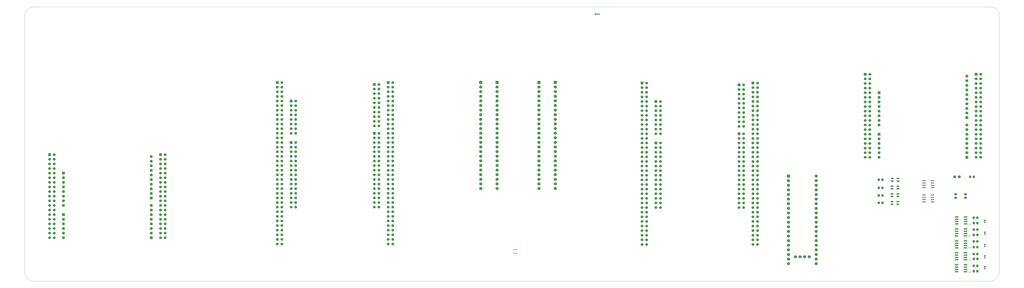
<source format=gbr>
%TF.GenerationSoftware,KiCad,Pcbnew,9.0.0+dfsg-1*%
%TF.CreationDate,2025-06-19T19:52:35-07:00*%
%TF.ProjectId,signalmesh,7369676e-616c-46d6-9573-682e6b696361,rev?*%
%TF.SameCoordinates,Original*%
%TF.FileFunction,Copper,L1,Top*%
%TF.FilePolarity,Positive*%
%FSLAX46Y46*%
G04 Gerber Fmt 4.6, Leading zero omitted, Abs format (unit mm)*
G04 Created by KiCad (PCBNEW 9.0.0+dfsg-1) date 2025-06-19 19:52:35*
%MOMM*%
%LPD*%
G01*
G04 APERTURE LIST*
G04 Aperture macros list*
%AMRoundRect*
0 Rectangle with rounded corners*
0 $1 Rounding radius*
0 $2 $3 $4 $5 $6 $7 $8 $9 X,Y pos of 4 corners*
0 Add a 4 corners polygon primitive as box body*
4,1,4,$2,$3,$4,$5,$6,$7,$8,$9,$2,$3,0*
0 Add four circle primitives for the rounded corners*
1,1,$1+$1,$2,$3*
1,1,$1+$1,$4,$5*
1,1,$1+$1,$6,$7*
1,1,$1+$1,$8,$9*
0 Add four rect primitives between the rounded corners*
20,1,$1+$1,$2,$3,$4,$5,0*
20,1,$1+$1,$4,$5,$6,$7,0*
20,1,$1+$1,$6,$7,$8,$9,0*
20,1,$1+$1,$8,$9,$2,$3,0*%
G04 Aperture macros list end*
%TA.AperFunction,SMDPad,CuDef*%
%ADD10RoundRect,0.250000X0.450000X-0.350000X0.450000X0.350000X-0.450000X0.350000X-0.450000X-0.350000X0*%
%TD*%
%TA.AperFunction,SMDPad,CuDef*%
%ADD11RoundRect,0.100000X-0.130000X-0.100000X0.130000X-0.100000X0.130000X0.100000X-0.130000X0.100000X0*%
%TD*%
%TA.AperFunction,SMDPad,CuDef*%
%ADD12RoundRect,0.250000X-0.350000X-0.450000X0.350000X-0.450000X0.350000X0.450000X-0.350000X0.450000X0*%
%TD*%
%TA.AperFunction,SMDPad,CuDef*%
%ADD13RoundRect,0.150000X-0.825000X-0.150000X0.825000X-0.150000X0.825000X0.150000X-0.825000X0.150000X0*%
%TD*%
%TA.AperFunction,ComponentPad*%
%ADD14C,1.600000*%
%TD*%
%TA.AperFunction,ComponentPad*%
%ADD15C,0.850000*%
%TD*%
%TA.AperFunction,ComponentPad*%
%ADD16R,0.850000X0.850000*%
%TD*%
%TA.AperFunction,SMDPad,CuDef*%
%ADD17R,1.981200X0.558800*%
%TD*%
%TA.AperFunction,SMDPad,CuDef*%
%ADD18RoundRect,0.250000X0.350000X0.450000X-0.350000X0.450000X-0.350000X-0.450000X0.350000X-0.450000X0*%
%TD*%
%TA.AperFunction,ComponentPad*%
%ADD19C,1.700000*%
%TD*%
%TA.AperFunction,ComponentPad*%
%ADD20R,1.700000X1.700000*%
%TD*%
%TA.AperFunction,SMDPad,CuDef*%
%ADD21R,1.600000X0.800000*%
%TD*%
%TA.AperFunction,SMDPad,CuDef*%
%ADD22O,1.600000X0.800000*%
%TD*%
%TA.AperFunction,ComponentPad*%
%ADD23R,1.508000X1.508000*%
%TD*%
%TA.AperFunction,ComponentPad*%
%ADD24C,1.508000*%
%TD*%
%TA.AperFunction,SMDPad,CuDef*%
%ADD25R,0.350000X0.500000*%
%TD*%
%TA.AperFunction,ComponentPad*%
%ADD26R,1.605000X1.605000*%
%TD*%
%TA.AperFunction,ComponentPad*%
%ADD27C,1.605000*%
%TD*%
%TA.AperFunction,ComponentPad*%
%ADD28R,1.530000X1.530000*%
%TD*%
%TA.AperFunction,ComponentPad*%
%ADD29C,1.530000*%
%TD*%
%TA.AperFunction,Profile*%
%ADD30C,0.050000*%
%TD*%
G04 APERTURE END LIST*
D10*
%TO.P,R12,2*%
%TO.N,5V_TDM*%
X546460000Y-153000000D03*
%TO.P,R12,1*%
%TO.N,I2C1_SDA_TDM*%
X546460000Y-155000000D03*
%TD*%
D11*
%TO.P,C3,2*%
%TO.N,5V_TDM*%
X549045000Y-182500000D03*
%TO.P,C3,1*%
%TO.N,GND*%
X548405000Y-182500000D03*
%TD*%
D12*
%TO.P,R20,2*%
%TO.N,Net-(J6-Pin_1)*%
X553000000Y-172550000D03*
%TO.P,R20,1*%
%TO.N,GND*%
X551000000Y-172550000D03*
%TD*%
D13*
%TO.P,U11,8,IN+*%
%TO.N,5V_TDM*%
X546475000Y-178750000D03*
%TO.P,U11,7,IN-*%
%TO.N,VDD_TDM*%
X546475000Y-180020000D03*
%TO.P,U11,6,GND*%
%TO.N,GND*%
X546475000Y-181290000D03*
%TO.P,U11,5,VS*%
%TO.N,5V_TDM*%
X546475000Y-182560000D03*
%TO.P,U11,4,SCL*%
%TO.N,I2C1_SCL_TDM*%
X541525000Y-182560000D03*
%TO.P,U11,3,SDA*%
%TO.N,I2C1_SDA_TDM*%
X541525000Y-181290000D03*
%TO.P,U11,2,A0*%
%TO.N,Net-(J7-Pin_1)*%
X541525000Y-180020000D03*
%TO.P,U11,1,A1*%
X541525000Y-178750000D03*
%TD*%
D12*
%TO.P,R22,2*%
%TO.N,Net-(J7-Pin_1)*%
X553000000Y-179050000D03*
%TO.P,R22,1*%
%TO.N,GND*%
X551000000Y-179050000D03*
%TD*%
D11*
%TO.P,C1,2*%
%TO.N,5V_TDM*%
X549221415Y-169509907D03*
%TO.P,C1,1*%
%TO.N,GND*%
X548581415Y-169509907D03*
%TD*%
%TO.P,C5,1*%
%TO.N,GND*%
X548405000Y-196000000D03*
%TO.P,C5,2*%
%TO.N,5V_TDM*%
X549045000Y-196000000D03*
%TD*%
%TO.P,C2,2*%
%TO.N,5V_TDM*%
X549002256Y-175997123D03*
%TO.P,C2,1*%
%TO.N,GND*%
X548362256Y-175997123D03*
%TD*%
D13*
%TO.P,U10,8,IN+*%
%TO.N,5V_TDM*%
X546475000Y-172170000D03*
%TO.P,U10,7,IN-*%
%TO.N,VDD_TDM*%
X546475000Y-173440000D03*
%TO.P,U10,6,GND*%
%TO.N,GND*%
X546475000Y-174710000D03*
%TO.P,U10,5,VS*%
%TO.N,5V_TDM*%
X546475000Y-175980000D03*
%TO.P,U10,4,SCL*%
%TO.N,I2C1_SCL_TDM*%
X541525000Y-175980000D03*
%TO.P,U10,3,SDA*%
%TO.N,I2C1_SDA_TDM*%
X541525000Y-174710000D03*
%TO.P,U10,2,A0*%
%TO.N,Net-(J6-Pin_1)*%
X541525000Y-173440000D03*
%TO.P,U10,1,A1*%
X541525000Y-172170000D03*
%TD*%
D14*
%TO.P,TH1,2*%
%TO.N,Net-(U9B-PC7)*%
X540500000Y-143500000D03*
%TO.P,TH1,1*%
%TO.N,GND*%
X543040000Y-143500000D03*
%TD*%
D13*
%TO.P,U13,8,IN+*%
%TO.N,5V_TDM*%
X546475000Y-191910000D03*
%TO.P,U13,7,IN-*%
%TO.N,VDD_TDM*%
X546475000Y-193180000D03*
%TO.P,U13,6,GND*%
%TO.N,GND*%
X546475000Y-194450000D03*
%TO.P,U13,5,VS*%
%TO.N,5V_TDM*%
X546475000Y-195720000D03*
%TO.P,U13,4,SCL*%
%TO.N,I2C1_SCL_TDM*%
X541525000Y-195720000D03*
%TO.P,U13,3,SDA*%
%TO.N,I2C1_SDA_TDM*%
X541525000Y-194450000D03*
%TO.P,U13,2,A0*%
%TO.N,Net-(J11-Pin_1)*%
X541525000Y-193180000D03*
%TO.P,U13,1,A1*%
X541525000Y-191910000D03*
%TD*%
D12*
%TO.P,R14,2*%
%TO.N,Net-(J5-Pin_1)*%
X553000000Y-168950000D03*
%TO.P,R14,1*%
%TO.N,GND*%
X551000000Y-168950000D03*
%TD*%
D15*
%TO.P,J5,2,Pin_2*%
%TO.N,Net-(J5-Pin_1)*%
X557125000Y-168500000D03*
D16*
%TO.P,J5,1,Pin_1*%
X557125000Y-167500000D03*
%TD*%
D12*
%TO.P,R21,2*%
%TO.N,Net-(J6-Pin_1)*%
X553000000Y-175500000D03*
%TO.P,R21,1*%
%TO.N,GND*%
X551000000Y-175500000D03*
%TD*%
D15*
%TO.P,J11,2,Pin_2*%
%TO.N,Net-(J11-Pin_1)*%
X557125000Y-194000000D03*
D16*
%TO.P,J11,1,Pin_1*%
X557125000Y-193000000D03*
%TD*%
D15*
%TO.P,J6,2,Pin_2*%
%TO.N,Net-(J6-Pin_1)*%
X557125000Y-175000000D03*
D16*
%TO.P,J6,1,Pin_1*%
X557125000Y-174000000D03*
%TD*%
D15*
%TO.P,J10,2,Pin_2*%
%TO.N,Net-(J10-Pin_1)*%
X557125000Y-188000000D03*
D16*
%TO.P,J10,1,Pin_1*%
X557125000Y-187000000D03*
%TD*%
D12*
%TO.P,R24,2*%
%TO.N,Net-(J7-Pin_1)*%
X553000000Y-182150000D03*
%TO.P,R24,1*%
%TO.N,GND*%
X551000000Y-182150000D03*
%TD*%
D13*
%TO.P,U12,8,IN+*%
%TO.N,5V_TDM*%
X546475000Y-185330000D03*
%TO.P,U12,7,IN-*%
%TO.N,VDD_TDM*%
X546475000Y-186600000D03*
%TO.P,U12,6,GND*%
%TO.N,GND*%
X546475000Y-187870000D03*
%TO.P,U12,5,VS*%
%TO.N,5V_TDM*%
X546475000Y-189140000D03*
%TO.P,U12,4,SCL*%
%TO.N,I2C1_SCL_TDM*%
X541525000Y-189140000D03*
%TO.P,U12,3,SDA*%
%TO.N,I2C1_SDA_TDM*%
X541525000Y-187870000D03*
%TO.P,U12,2,A0*%
%TO.N,Net-(J10-Pin_1)*%
X541525000Y-186600000D03*
%TO.P,U12,1,A1*%
X541525000Y-185330000D03*
%TD*%
D11*
%TO.P,C4,2*%
%TO.N,5V_TDM*%
X549045000Y-189250000D03*
%TO.P,C4,1*%
%TO.N,GND*%
X548405000Y-189250000D03*
%TD*%
D17*
%TO.P,U5,8,VCC*%
%TO.N,VDD_TDM*%
X528362200Y-153500000D03*
%TO.P,U5,7,WP*%
%TO.N,unconnected-(U5-WP-Pad7)*%
X528362200Y-154770000D03*
%TO.P,U5,6,SCL*%
%TO.N,I2C1_SCL_TDM*%
X528362200Y-156040000D03*
%TO.P,U5,5,SDA*%
%TO.N,I2C1_SDA_TDM*%
X528362200Y-157310000D03*
%TO.P,U5,4,VSS*%
%TO.N,GND*%
X523637800Y-157310000D03*
%TO.P,U5,3,A2*%
X523637800Y-156040000D03*
%TO.P,U5,2,A1*%
X523637800Y-154770000D03*
%TO.P,U5,1,A0*%
X523637800Y-153500000D03*
%TD*%
D12*
%TO.P,R26,2*%
%TO.N,Net-(J11-Pin_1)*%
X553000000Y-192500000D03*
%TO.P,R26,1*%
%TO.N,GND*%
X551000000Y-192500000D03*
%TD*%
%TO.P,R23,2*%
%TO.N,Net-(J10-Pin_1)*%
X553000000Y-186000000D03*
%TO.P,R23,1*%
%TO.N,GND*%
X551000000Y-186000000D03*
%TD*%
%TO.P,R28,2*%
%TO.N,Net-(J11-Pin_1)*%
X553000000Y-195450000D03*
%TO.P,R28,1*%
%TO.N,GND*%
X551000000Y-195450000D03*
%TD*%
D17*
%TO.P,U8,8,VCC*%
%TO.N,VDD_TDM*%
X528362200Y-145595000D03*
%TO.P,U8,7,WP*%
%TO.N,unconnected-(U8-WP-Pad7)*%
X528362200Y-146865000D03*
%TO.P,U8,6,SCL*%
%TO.N,I2C1_SCL_TDM*%
X528362200Y-148135000D03*
%TO.P,U8,5,SDA*%
%TO.N,I2C1_SDA_TDM*%
X528362200Y-149405000D03*
%TO.P,U8,4,VSS*%
%TO.N,GND*%
X523637800Y-149405000D03*
%TO.P,U8,3,A2*%
X523637800Y-148135000D03*
%TO.P,U8,2,A1*%
%TO.N,unconnected-(U8-A1-Pad2)*%
X523637800Y-146865000D03*
%TO.P,U8,1,A0*%
%TO.N,GND*%
X523637800Y-145595000D03*
%TD*%
D12*
%TO.P,R13,2*%
%TO.N,Net-(J5-Pin_1)*%
X553000000Y-166000000D03*
%TO.P,R13,1*%
%TO.N,GND*%
X551000000Y-166000000D03*
%TD*%
%TO.P,R25,2*%
%TO.N,Net-(J10-Pin_1)*%
X553000000Y-188650000D03*
%TO.P,R25,1*%
%TO.N,GND*%
X551000000Y-188650000D03*
%TD*%
D15*
%TO.P,J7,2,Pin_2*%
%TO.N,Net-(J7-Pin_1)*%
X557125000Y-181845000D03*
D16*
%TO.P,J7,1,Pin_1*%
X557125000Y-180845000D03*
%TD*%
D10*
%TO.P,R11,2*%
%TO.N,5V_TDM*%
X541000000Y-153000000D03*
%TO.P,R11,1*%
%TO.N,I2C1_SCL_TDM*%
X541000000Y-155000000D03*
%TD*%
D18*
%TO.P,R19,2*%
%TO.N,VDD_TDM*%
X549000000Y-143500000D03*
%TO.P,R19,1*%
%TO.N,Net-(U9B-PC7)*%
X551000000Y-143500000D03*
%TD*%
D13*
%TO.P,U7,8,IN+*%
%TO.N,5V_TDM*%
X546545000Y-165595000D03*
%TO.P,U7,7,IN-*%
%TO.N,VDD_TDM*%
X546545000Y-166865000D03*
%TO.P,U7,6,GND*%
%TO.N,GND*%
X546545000Y-168135000D03*
%TO.P,U7,5,VS*%
%TO.N,5V_TDM*%
X546545000Y-169405000D03*
%TO.P,U7,4,SCL*%
%TO.N,I2C1_SCL_TDM*%
X541595000Y-169405000D03*
%TO.P,U7,3,SDA*%
%TO.N,I2C1_SDA_TDM*%
X541595000Y-168135000D03*
%TO.P,U7,2,A0*%
%TO.N,Net-(J5-Pin_1)*%
X541595000Y-166865000D03*
%TO.P,U7,1,A1*%
X541595000Y-165595000D03*
%TD*%
D15*
%TO.P,J4,3,Pin_3*%
%TO.N,GND*%
X345000000Y-53875000D03*
%TO.P,J4,2,Pin_2*%
%TO.N,TDM_DBG_RX*%
X344000000Y-53875000D03*
D16*
%TO.P,J4,1,Pin_1*%
%TO.N,TDM_DBG_TX*%
X343000000Y-53875000D03*
%TD*%
D19*
%TO.P,U4,44*%
%TO.N,N/C*%
X453000000Y-187500000D03*
%TO.P,U4,43*%
X455540000Y-187500000D03*
%TO.P,U4,42*%
X458080000Y-187500000D03*
%TO.P,U4,41*%
X460620000Y-187500000D03*
%TO.P,U4,40,GND*%
%TO.N,unconnected-(U4-GND-Pad40)*%
X464428000Y-143051000D03*
%TO.P,U4,39,GND*%
%TO.N,unconnected-(U4-GND-Pad39)*%
X464428000Y-145591000D03*
%TO.P,U4,38,3V3*%
%TO.N,unconnected-(U4-3V3-Pad38)*%
X464428000Y-148131000D03*
%TO.P,U4,37,RST*%
%TO.N,unconnected-(U4-RST-Pad37)*%
X464428000Y-150671000D03*
%TO.P,U4,36,PB11*%
%TO.N,unconnected-(U4-PB11-Pad36)*%
X464428000Y-153211000D03*
%TO.P,U4,35,PB10*%
%TO.N,unconnected-(U4-PB10-Pad35)*%
X464428000Y-155751000D03*
%TO.P,U4,34,PB1*%
%TO.N,unconnected-(U4-PB1-Pad34)*%
X464428000Y-158291000D03*
%TO.P,U4,33,PB0*%
%TO.N,unconnected-(U4-PB0-Pad33)*%
X464428000Y-160831000D03*
%TO.P,U4,32,PA7*%
%TO.N,unconnected-(U4-PA7-Pad32)*%
X464428000Y-163371000D03*
%TO.P,U4,31,PA6*%
%TO.N,unconnected-(U4-PA6-Pad31)*%
X464428000Y-165911000D03*
%TO.P,U4,30,PA5*%
%TO.N,unconnected-(U4-PA5-Pad30)*%
X464428000Y-168451000D03*
%TO.P,U4,29,PA4*%
%TO.N,unconnected-(U4-PA4-Pad29)*%
X464428000Y-170991000D03*
%TO.P,U4,28,PA3*%
%TO.N,unconnected-(U4-PA3-Pad28)*%
X464428000Y-173531000D03*
%TO.P,U4,27,PA2*%
%TO.N,unconnected-(U4-PA2-Pad27)*%
X464428000Y-176071000D03*
%TO.P,U4,26,PA1*%
%TO.N,unconnected-(U4-PA1-Pad26)*%
X464428000Y-178611000D03*
%TO.P,U4,25,PA0*%
%TO.N,unconnected-(U4-PA0-Pad25)*%
X464428000Y-181151000D03*
%TO.P,U4,24,PC15*%
%TO.N,unconnected-(U4-PC15-Pad24)*%
X464428000Y-183691000D03*
%TO.P,U4,23,PC14*%
%TO.N,unconnected-(U4-PC14-Pad23)*%
X464428000Y-186231000D03*
%TO.P,U4,22,PC13*%
%TO.N,unconnected-(U4-PC13-Pad22)*%
X464428000Y-188771000D03*
%TO.P,U4,21,VBat*%
%TO.N,unconnected-(U4-VBat-Pad21)*%
X464428000Y-191311000D03*
%TO.P,U4,20,3V3*%
%TO.N,unconnected-(U4-3V3-Pad20)*%
X449188000Y-191311000D03*
%TO.P,U4,19,GND*%
%TO.N,unconnected-(U4-GND-Pad19)*%
X449188000Y-188771000D03*
%TO.P,U4,18,5V*%
%TO.N,unconnected-(U4-5V-Pad18)*%
X449188000Y-186231000D03*
%TO.P,U4,17,PB9*%
%TO.N,unconnected-(U4-PB9-Pad17)*%
X449188000Y-183691000D03*
%TO.P,U4,16,PB8*%
%TO.N,unconnected-(U4-PB8-Pad16)*%
X449188000Y-181151000D03*
%TO.P,U4,15,PB7*%
%TO.N,unconnected-(U4-PB7-Pad15)*%
X449188000Y-178611000D03*
%TO.P,U4,14,PB6*%
%TO.N,unconnected-(U4-PB6-Pad14)*%
X449188000Y-176071000D03*
%TO.P,U4,13,PB5*%
%TO.N,unconnected-(U4-PB5-Pad13)*%
X449188000Y-173531000D03*
%TO.P,U4,12,PB4*%
%TO.N,unconnected-(U4-PB4-Pad12)*%
X449188000Y-170991000D03*
%TO.P,U4,11,PB3*%
%TO.N,unconnected-(U4-PB3-Pad11)*%
X449188000Y-168451000D03*
%TO.P,U4,10,PA15*%
%TO.N,unconnected-(U4-PA15-Pad10)*%
X449188000Y-165911000D03*
%TO.P,U4,9,PA12*%
%TO.N,unconnected-(U4-PA12-Pad9)*%
X449188000Y-163371000D03*
%TO.P,U4,8,PA11*%
%TO.N,unconnected-(U4-PA11-Pad8)*%
X449188000Y-160831000D03*
%TO.P,U4,7,PA10*%
%TO.N,unconnected-(U4-PA10-Pad7)*%
X449188000Y-158291000D03*
%TO.P,U4,6,PA9*%
%TO.N,unconnected-(U4-PA9-Pad6)*%
X449188000Y-155751000D03*
%TO.P,U4,5,PA8*%
%TO.N,unconnected-(U4-PA8-Pad5)*%
X449188000Y-153211000D03*
%TO.P,U4,4,PB15*%
%TO.N,unconnected-(U4-PB15-Pad4)*%
X449188000Y-150671000D03*
%TO.P,U4,3,PB14*%
%TO.N,unconnected-(U4-PB14-Pad3)*%
X449188000Y-148131000D03*
%TO.P,U4,2,PB13*%
%TO.N,unconnected-(U4-PB13-Pad2)*%
X449188000Y-145591000D03*
D20*
%TO.P,U4,1,PB12*%
%TO.N,unconnected-(U4-PB12-Pad1)*%
X449188000Y-143051000D03*
%TD*%
D21*
%TO.P,D2,1,K*%
%TO.N,GND*%
X509300000Y-148600000D03*
D22*
%TO.P,D2,2,A*%
%TO.N,Net-(D2-A)*%
X506100000Y-148600000D03*
%TO.P,D2,3*%
%TO.N,N/C*%
X509300000Y-150000000D03*
%TO.P,D2,4*%
X506100000Y-150000000D03*
%TD*%
D18*
%TO.P,R17,1*%
%TO.N,Net-(D2-A)*%
X500800000Y-149600000D03*
%TO.P,R17,2*%
%TO.N,LEDWARN_TDM*%
X498800000Y-149600000D03*
%TD*%
%TO.P,R16,1*%
%TO.N,Net-(D1-A)*%
X500800000Y-145100000D03*
%TO.P,R16,2*%
%TO.N,LEDOK_TDM*%
X498800000Y-145100000D03*
%TD*%
D23*
%TO.P,U1,CN7_1*%
%TO.N,N/C*%
X221460000Y-92556000D03*
D24*
%TO.P,U1,CN7_2*%
X224000000Y-92556000D03*
%TO.P,U1,CN7_3*%
X221460000Y-95096000D03*
%TO.P,U1,CN7_4*%
X224000000Y-95096000D03*
%TO.P,U1,CN7_5*%
X221460000Y-97636000D03*
%TO.P,U1,CN7_6*%
X224000000Y-97636000D03*
%TO.P,U1,CN7_7*%
X221460000Y-100176000D03*
%TO.P,U1,CN7_8*%
X224000000Y-100176000D03*
%TO.P,U1,CN7_9*%
X221460000Y-102716000D03*
%TO.P,U1,CN7_10*%
X224000000Y-102716000D03*
%TO.P,U1,CN7_11*%
X221460000Y-105256000D03*
%TO.P,U1,CN7_12*%
X224000000Y-105256000D03*
%TO.P,U1,CN7_13*%
X221460000Y-107796000D03*
%TO.P,U1,CN7_14*%
X224000000Y-107796000D03*
%TO.P,U1,CN7_15*%
X221460000Y-110336000D03*
%TO.P,U1,CN7_16*%
X224000000Y-110336000D03*
%TO.P,U1,CN7_17*%
X221460000Y-112876000D03*
%TO.P,U1,CN7_18*%
X224000000Y-112876000D03*
%TO.P,U1,CN7_19*%
X221460000Y-115416000D03*
%TO.P,U1,CN7_20*%
X224000000Y-115416000D03*
D23*
%TO.P,U1,CN8_1*%
X175740000Y-101700000D03*
D24*
%TO.P,U1,CN8_2*%
X178280000Y-101700000D03*
%TO.P,U1,CN8_3*%
X175740000Y-104240000D03*
%TO.P,U1,CN8_4*%
X178280000Y-104240000D03*
%TO.P,U1,CN8_5*%
X175740000Y-106780000D03*
%TO.P,U1,CN8_6*%
X178280000Y-106780000D03*
%TO.P,U1,CN8_7*%
X175740000Y-109320000D03*
%TO.P,U1,CN8_8*%
X178280000Y-109320000D03*
%TO.P,U1,CN8_9*%
X175740000Y-111860000D03*
%TO.P,U1,CN8_10*%
X178280000Y-111860000D03*
%TO.P,U1,CN8_11*%
X175740000Y-114400000D03*
%TO.P,U1,CN8_12*%
X178280000Y-114400000D03*
%TO.P,U1,CN8_13*%
X175740000Y-116940000D03*
%TO.P,U1,CN8_14*%
X178280000Y-116940000D03*
%TO.P,U1,CN8_15*%
X175740000Y-119480000D03*
%TO.P,U1,CN8_16*%
X178280000Y-119480000D03*
D23*
%TO.P,U1,CN9_1*%
X175740000Y-124560000D03*
D24*
%TO.P,U1,CN9_2*%
X178280000Y-124560000D03*
%TO.P,U1,CN9_3*%
X175740000Y-127100000D03*
%TO.P,U1,CN9_4*%
X178280000Y-127100000D03*
%TO.P,U1,CN9_5*%
X175740000Y-129640000D03*
%TO.P,U1,CN9_6*%
X178280000Y-129640000D03*
%TO.P,U1,CN9_7*%
X175740000Y-132180000D03*
%TO.P,U1,CN9_8*%
X178280000Y-132180000D03*
%TO.P,U1,CN9_9*%
X175740000Y-134720000D03*
%TO.P,U1,CN9_10*%
X178280000Y-134720000D03*
%TO.P,U1,CN9_11*%
X175740000Y-137260000D03*
%TO.P,U1,CN9_12*%
X178280000Y-137260000D03*
%TO.P,U1,CN9_13*%
X175740000Y-139800000D03*
%TO.P,U1,CN9_14*%
X178280000Y-139800000D03*
%TO.P,U1,CN9_15*%
X175740000Y-142340000D03*
%TO.P,U1,CN9_16*%
X178280000Y-142340000D03*
%TO.P,U1,CN9_17*%
X175740000Y-144880000D03*
%TO.P,U1,CN9_18*%
X178280000Y-144880000D03*
%TO.P,U1,CN9_19*%
X175740000Y-147420000D03*
%TO.P,U1,CN9_20*%
X178280000Y-147420000D03*
%TO.P,U1,CN9_21*%
X175740000Y-149960000D03*
%TO.P,U1,CN9_22*%
X178280000Y-149960000D03*
%TO.P,U1,CN9_23*%
X175740000Y-152500000D03*
%TO.P,U1,CN9_24*%
X178280000Y-152500000D03*
%TO.P,U1,CN9_25*%
X175740000Y-155040000D03*
%TO.P,U1,CN9_26*%
X178280000Y-155040000D03*
%TO.P,U1,CN9_27*%
X175740000Y-157580000D03*
%TO.P,U1,CN9_28*%
X178280000Y-157580000D03*
%TO.P,U1,CN9_29*%
X175740000Y-160120000D03*
%TO.P,U1,CN9_30*%
X178280000Y-160120000D03*
D23*
%TO.P,U1,CN10_1*%
X221460000Y-119480000D03*
D24*
%TO.P,U1,CN10_2*%
X224000000Y-119480000D03*
%TO.P,U1,CN10_3*%
X221460000Y-122020000D03*
%TO.P,U1,CN10_4*%
X224000000Y-122020000D03*
%TO.P,U1,CN10_5*%
X221460000Y-124560000D03*
%TO.P,U1,CN10_6*%
X224000000Y-124560000D03*
%TO.P,U1,CN10_7*%
X221460000Y-127100000D03*
%TO.P,U1,CN10_8*%
X224000000Y-127100000D03*
%TO.P,U1,CN10_9*%
X221460000Y-129640000D03*
%TO.P,U1,CN10_10*%
X224000000Y-129640000D03*
%TO.P,U1,CN10_11*%
X221460000Y-132180000D03*
%TO.P,U1,CN10_12*%
X224000000Y-132180000D03*
%TO.P,U1,CN10_13*%
X221460000Y-134720000D03*
%TO.P,U1,CN10_14*%
X224000000Y-134720000D03*
%TO.P,U1,CN10_15*%
X221460000Y-137260000D03*
%TO.P,U1,CN10_16*%
X224000000Y-137260000D03*
%TO.P,U1,CN10_17*%
X221460000Y-139800000D03*
%TO.P,U1,CN10_18*%
X224000000Y-139800000D03*
%TO.P,U1,CN10_19*%
X221460000Y-142340000D03*
%TO.P,U1,CN10_20*%
X224000000Y-142340000D03*
%TO.P,U1,CN10_21*%
X221460000Y-144880000D03*
%TO.P,U1,CN10_22*%
X224000000Y-144880000D03*
%TO.P,U1,CN10_23*%
X221460000Y-147420000D03*
%TO.P,U1,CN10_24*%
X224000000Y-147420000D03*
%TO.P,U1,CN10_25*%
X221460000Y-149960000D03*
%TO.P,U1,CN10_26*%
X224000000Y-149960000D03*
%TO.P,U1,CN10_27*%
X221460000Y-152500000D03*
%TO.P,U1,CN10_28*%
X224000000Y-152500000D03*
%TO.P,U1,CN10_29*%
X221460000Y-155040000D03*
%TO.P,U1,CN10_30*%
X224000000Y-155040000D03*
%TO.P,U1,CN10_31*%
X221460000Y-157580000D03*
%TO.P,U1,CN10_32*%
X224000000Y-157580000D03*
%TO.P,U1,CN10_33*%
X221460000Y-160120000D03*
%TO.P,U1,CN10_34*%
X224000000Y-160120000D03*
D23*
%TO.P,U1,CN11_1,PC10*%
%TO.N,unconnected-(U1A-PC10-PadCN11_1)*%
X168120000Y-91540000D03*
D24*
%TO.P,U1,CN11_2,PC11*%
%TO.N,unconnected-(U1A-PC11-PadCN11_2)*%
X170660000Y-91540000D03*
%TO.P,U1,CN11_3,PC12*%
%TO.N,unconnected-(U1A-PC12-PadCN11_3)*%
X168120000Y-94080000D03*
%TO.P,U1,CN11_4,PD2*%
%TO.N,unconnected-(U1A-PD2-PadCN11_4)*%
X170660000Y-94080000D03*
%TO.P,U1,CN11_5,3V3_VDD*%
%TO.N,unconnected-(U1A-3V3_VDD-PadCN11_5)*%
X168120000Y-96620000D03*
%TO.P,U1,CN11_6,5V_EXT*%
%TO.N,unconnected-(U1A-5V_EXT-PadCN11_6)*%
X170660000Y-96620000D03*
%TO.P,U1,CN11_7,BOOT0*%
%TO.N,unconnected-(U1A-BOOT0-PadCN11_7)*%
X168120000Y-99160000D03*
%TO.P,U1,CN11_8,GND_CN11*%
%TO.N,Net-(U1A-GND_CN11-PadCN11_19)*%
X170660000Y-99160000D03*
%TO.P,U1,CN11_9,PF6*%
%TO.N,unconnected-(U1A-PF6-PadCN11_9)*%
X168120000Y-101700000D03*
%TO.P,U1,CN11_10,NC*%
%TO.N,unconnected-(U1A-NC-PadCN11_10)*%
X170660000Y-101700000D03*
%TO.P,U1,CN11_11,PF7*%
%TO.N,unconnected-(U1A-PF7-PadCN11_11)*%
X168120000Y-104240000D03*
%TO.P,U1,CN11_12,IOREF*%
%TO.N,unconnected-(U1A-IOREF-PadCN11_12)*%
X170660000Y-104240000D03*
%TO.P,U1,CN11_13,PA13*%
%TO.N,unconnected-(U1A-PA13-PadCN11_13)*%
X168120000Y-106780000D03*
%TO.P,U1,CN11_14,NRST*%
%TO.N,unconnected-(U1A-NRST-PadCN11_14)*%
X170660000Y-106780000D03*
%TO.P,U1,CN11_15,PA14*%
%TO.N,unconnected-(U1A-PA14-PadCN11_15)*%
X168120000Y-109320000D03*
%TO.P,U1,CN11_16,3V3*%
%TO.N,unconnected-(U1A-3V3-PadCN11_16)*%
X170660000Y-109320000D03*
%TO.P,U1,CN11_17,PA15*%
%TO.N,unconnected-(U1A-PA15-PadCN11_17)*%
X168120000Y-111860000D03*
%TO.P,U1,CN11_18,5V*%
%TO.N,unconnected-(U1A-5V-PadCN11_18)*%
X170660000Y-111860000D03*
%TO.P,U1,CN11_19,GND_CN11*%
%TO.N,Net-(U1A-GND_CN11-PadCN11_19)*%
X168120000Y-114400000D03*
%TO.P,U1,CN11_20,GND_CN11*%
X170660000Y-114400000D03*
%TO.P,U1,CN11_21,PB7*%
%TO.N,unconnected-(U1A-PB7-PadCN11_21)*%
X168120000Y-116940000D03*
%TO.P,U1,CN11_22,GND_CN11*%
%TO.N,Net-(U1A-GND_CN11-PadCN11_19)*%
X170660000Y-116940000D03*
%TO.P,U1,CN11_23,PC13*%
%TO.N,unconnected-(U1A-PC13-PadCN11_23)*%
X168120000Y-119480000D03*
%TO.P,U1,CN11_24,VIN*%
%TO.N,unconnected-(U1A-VIN-PadCN11_24)*%
X170660000Y-119480000D03*
%TO.P,U1,CN11_25,PC14*%
%TO.N,unconnected-(U1A-PC14-PadCN11_25)*%
X168120000Y-122020000D03*
%TO.P,U1,CN11_26,NC*%
%TO.N,unconnected-(U1A-NC-PadCN11_26)*%
X170660000Y-122020000D03*
%TO.P,U1,CN11_27,PC15*%
%TO.N,unconnected-(U1A-PC15-PadCN11_27)*%
X168120000Y-124560000D03*
%TO.P,U1,CN11_28,PA0*%
%TO.N,unconnected-(U1A-PA0-PadCN11_28)*%
X170660000Y-124560000D03*
%TO.P,U1,CN11_29,PH0*%
%TO.N,unconnected-(U1A-PH0-PadCN11_29)*%
X168120000Y-127100000D03*
%TO.P,U1,CN11_30,PA1*%
%TO.N,unconnected-(U1A-PA1-PadCN11_30)*%
X170660000Y-127100000D03*
%TO.P,U1,CN11_31,PH1*%
%TO.N,unconnected-(U1A-PH1-PadCN11_31)*%
X168120000Y-129640000D03*
%TO.P,U1,CN11_32,PA4*%
%TO.N,unconnected-(U1A-PA4-PadCN11_32)*%
X170660000Y-129640000D03*
%TO.P,U1,CN11_33,VBAT*%
%TO.N,unconnected-(U1A-VBAT-PadCN11_33)*%
X168120000Y-132180000D03*
%TO.P,U1,CN11_34,PB0*%
%TO.N,unconnected-(U1A-PB0-PadCN11_34)*%
X170660000Y-132180000D03*
%TO.P,U1,CN11_35,PC2*%
%TO.N,unconnected-(U1A-PC2-PadCN11_35)*%
X168120000Y-134720000D03*
%TO.P,U1,CN11_36,PC1*%
%TO.N,unconnected-(U1A-PC1-PadCN11_36)*%
X170660000Y-134720000D03*
%TO.P,U1,CN11_37,PC3*%
%TO.N,unconnected-(U1A-PC3-PadCN11_37)*%
X168120000Y-137260000D03*
%TO.P,U1,CN11_38,PC0*%
%TO.N,unconnected-(U1A-PC0-PadCN11_38)*%
X170660000Y-137260000D03*
%TO.P,U1,CN11_39,PD4*%
%TO.N,unconnected-(U1A-PD4-PadCN11_39)*%
X168120000Y-139800000D03*
%TO.P,U1,CN11_40,PD3*%
%TO.N,unconnected-(U1A-PD3-PadCN11_40)*%
X170660000Y-139800000D03*
%TO.P,U1,CN11_41,PD5*%
%TO.N,unconnected-(U1A-PD5-PadCN11_41)*%
X168120000Y-142340000D03*
%TO.P,U1,CN11_42,PG2*%
%TO.N,unconnected-(U1A-PG2-PadCN11_42)*%
X170660000Y-142340000D03*
%TO.P,U1,CN11_43,PD6*%
%TO.N,unconnected-(U1A-PD6-PadCN11_43)*%
X168120000Y-144880000D03*
%TO.P,U1,CN11_44,PG3*%
%TO.N,unconnected-(U1A-PG3-PadCN11_44)*%
X170660000Y-144880000D03*
%TO.P,U1,CN11_45,PD7*%
%TO.N,unconnected-(U1A-PD7-PadCN11_45)*%
X168120000Y-147420000D03*
%TO.P,U1,CN11_46,PE2*%
%TO.N,unconnected-(U1A-PE2-PadCN11_46)*%
X170660000Y-147420000D03*
%TO.P,U1,CN11_47,PE3*%
%TO.N,unconnected-(U1A-PE3-PadCN11_47)*%
X168120000Y-149960000D03*
%TO.P,U1,CN11_48,PE4*%
%TO.N,unconnected-(U1A-PE4-PadCN11_48)*%
X170660000Y-149960000D03*
%TO.P,U1,CN11_49,GND_CN11*%
%TO.N,Net-(U1A-GND_CN11-PadCN11_19)*%
X168120000Y-152500000D03*
%TO.P,U1,CN11_50,PE5*%
%TO.N,unconnected-(U1A-PE5-PadCN11_50)*%
X170660000Y-152500000D03*
%TO.P,U1,CN11_51,PF1*%
%TO.N,unconnected-(U1A-PF1-PadCN11_51)*%
X168120000Y-155040000D03*
%TO.P,U1,CN11_52,PF2*%
%TO.N,unconnected-(U1A-PF2-PadCN11_52)*%
X170660000Y-155040000D03*
%TO.P,U1,CN11_53,PF0*%
%TO.N,unconnected-(U1A-PF0-PadCN11_53)*%
X168120000Y-157580000D03*
%TO.P,U1,CN11_54,PF8*%
%TO.N,unconnected-(U1A-PF8-PadCN11_54)*%
X170660000Y-157580000D03*
%TO.P,U1,CN11_55,PD1*%
%TO.N,unconnected-(U1A-PD1-PadCN11_55)*%
X168120000Y-160120000D03*
%TO.P,U1,CN11_56,PF9*%
%TO.N,unconnected-(U1A-PF9-PadCN11_56)*%
X170660000Y-160120000D03*
%TO.P,U1,CN11_57,PD0*%
%TO.N,unconnected-(U1A-PD0-PadCN11_57)*%
X168120000Y-162660000D03*
%TO.P,U1,CN11_58,PG1*%
%TO.N,unconnected-(U1A-PG1-PadCN11_58)*%
X170660000Y-162660000D03*
%TO.P,U1,CN11_59,PG0*%
%TO.N,unconnected-(U1A-PG0-PadCN11_59)*%
X168120000Y-165200000D03*
%TO.P,U1,CN11_60,GND_CN11*%
%TO.N,Net-(U1A-GND_CN11-PadCN11_19)*%
X170660000Y-165200000D03*
%TO.P,U1,CN11_61,PE1*%
%TO.N,unconnected-(U1A-PE1-PadCN11_61)*%
X168120000Y-167740000D03*
%TO.P,U1,CN11_62,PE6*%
%TO.N,unconnected-(U1A-PE6-PadCN11_62)*%
X170660000Y-167740000D03*
%TO.P,U1,CN11_63,PG9*%
%TO.N,unconnected-(U1A-PG9-PadCN11_63)*%
X168120000Y-170280000D03*
%TO.P,U1,CN11_64,PG15*%
%TO.N,unconnected-(U1A-PG15-PadCN11_64)*%
X170660000Y-170280000D03*
%TO.P,U1,CN11_65,PG12*%
%TO.N,unconnected-(U1A-PG12-PadCN11_65)*%
X168120000Y-172820000D03*
%TO.P,U1,CN11_66,PG10*%
%TO.N,unconnected-(U1A-PG10-PadCN11_66)*%
X170660000Y-172820000D03*
%TO.P,U1,CN11_67,NC*%
%TO.N,unconnected-(U1A-NC-PadCN11_67)*%
X168120000Y-175360000D03*
%TO.P,U1,CN11_68,PG13*%
%TO.N,unconnected-(U1A-PG13-PadCN11_68)*%
X170660000Y-175360000D03*
%TO.P,U1,CN11_69,PD9*%
%TO.N,unconnected-(U1A-PD9-PadCN11_69)*%
X168120000Y-177900000D03*
%TO.P,U1,CN11_70,PG11*%
%TO.N,unconnected-(U1A-PG11-PadCN11_70)*%
X170660000Y-177900000D03*
%TO.P,U1,CN11_71,GND_CN11*%
%TO.N,Net-(U1A-GND_CN11-PadCN11_19)*%
X168120000Y-180440000D03*
%TO.P,U1,CN11_72,GND_CN11*%
X170660000Y-180440000D03*
D23*
%TO.P,U1,CN12_1*%
%TO.N,N/C*%
X229080000Y-91560000D03*
D24*
%TO.P,U1,CN12_2*%
X231620000Y-91560000D03*
%TO.P,U1,CN12_3*%
X229080000Y-94100000D03*
%TO.P,U1,CN12_4*%
X231620000Y-94100000D03*
%TO.P,U1,CN12_5*%
X229080000Y-96640000D03*
%TO.P,U1,CN12_6*%
X231620000Y-96640000D03*
%TO.P,U1,CN12_7*%
X229080000Y-99180000D03*
%TO.P,U1,CN12_8*%
X231620000Y-99180000D03*
%TO.P,U1,CN12_9*%
X229080000Y-101720000D03*
%TO.P,U1,CN12_10*%
X231620000Y-101720000D03*
%TO.P,U1,CN12_11*%
X229080000Y-104260000D03*
%TO.P,U1,CN12_12*%
X231620000Y-104260000D03*
%TO.P,U1,CN12_13*%
X229080000Y-106800000D03*
%TO.P,U1,CN12_14*%
X231620000Y-106800000D03*
%TO.P,U1,CN12_15*%
X229080000Y-109340000D03*
%TO.P,U1,CN12_16*%
X231620000Y-109340000D03*
%TO.P,U1,CN12_17*%
X229080000Y-111880000D03*
%TO.P,U1,CN12_18*%
X231620000Y-111880000D03*
%TO.P,U1,CN12_19*%
X229080000Y-114420000D03*
%TO.P,U1,CN12_20*%
X231620000Y-114420000D03*
%TO.P,U1,CN12_21*%
X229080000Y-116960000D03*
%TO.P,U1,CN12_22*%
X231620000Y-116960000D03*
%TO.P,U1,CN12_23*%
X229080000Y-119500000D03*
%TO.P,U1,CN12_24*%
X231620000Y-119500000D03*
%TO.P,U1,CN12_25*%
X229080000Y-122040000D03*
%TO.P,U1,CN12_26*%
X231620000Y-122040000D03*
%TO.P,U1,CN12_27*%
X229080000Y-124580000D03*
%TO.P,U1,CN12_28*%
X231620000Y-124580000D03*
%TO.P,U1,CN12_29*%
X229080000Y-127120000D03*
%TO.P,U1,CN12_30*%
X231620000Y-127120000D03*
%TO.P,U1,CN12_31*%
X229080000Y-129660000D03*
%TO.P,U1,CN12_32*%
X231620000Y-129660000D03*
%TO.P,U1,CN12_33*%
X229080000Y-132200000D03*
%TO.P,U1,CN12_34*%
X231620000Y-132200000D03*
%TO.P,U1,CN12_35*%
X229080000Y-134740000D03*
%TO.P,U1,CN12_36*%
X231620000Y-134740000D03*
%TO.P,U1,CN12_37*%
X229080000Y-137280000D03*
%TO.P,U1,CN12_38*%
X231620000Y-137280000D03*
%TO.P,U1,CN12_39*%
X229080000Y-139820000D03*
%TO.P,U1,CN12_40*%
X231620000Y-139820000D03*
%TO.P,U1,CN12_41*%
X229080000Y-142360000D03*
%TO.P,U1,CN12_42*%
X231620000Y-142360000D03*
%TO.P,U1,CN12_43*%
X229080000Y-144900000D03*
%TO.P,U1,CN12_44*%
X231620000Y-144900000D03*
%TO.P,U1,CN12_45*%
X229080000Y-147440000D03*
%TO.P,U1,CN12_46*%
X231620000Y-147440000D03*
%TO.P,U1,CN12_47*%
X229080000Y-149980000D03*
%TO.P,U1,CN12_48*%
X231620000Y-149980000D03*
%TO.P,U1,CN12_49*%
X229080000Y-152520000D03*
%TO.P,U1,CN12_50*%
X231620000Y-152520000D03*
%TO.P,U1,CN12_51*%
X229080000Y-155060000D03*
%TO.P,U1,CN12_52*%
X231620000Y-155060000D03*
%TO.P,U1,CN12_53*%
X229080000Y-157600000D03*
%TO.P,U1,CN12_54*%
X231620000Y-157600000D03*
%TO.P,U1,CN12_55*%
X229080000Y-160140000D03*
%TO.P,U1,CN12_56*%
X231620000Y-160140000D03*
%TO.P,U1,CN12_57*%
X229080000Y-162680000D03*
%TO.P,U1,CN12_58*%
X231620000Y-162680000D03*
%TO.P,U1,CN12_59*%
X229080000Y-165220000D03*
%TO.P,U1,CN12_60*%
X231620000Y-165220000D03*
%TO.P,U1,CN12_61*%
X229080000Y-167760000D03*
%TO.P,U1,CN12_62*%
X231620000Y-167760000D03*
%TO.P,U1,CN12_63*%
X229080000Y-170300000D03*
%TO.P,U1,CN12_64*%
X231620000Y-170300000D03*
%TO.P,U1,CN12_65*%
X229080000Y-172840000D03*
%TO.P,U1,CN12_66*%
X231620000Y-172840000D03*
%TO.P,U1,CN12_67*%
X229080000Y-175380000D03*
%TO.P,U1,CN12_68*%
X231620000Y-175380000D03*
%TO.P,U1,CN12_69*%
X229080000Y-177920000D03*
%TO.P,U1,CN12_70*%
X231620000Y-177920000D03*
%TO.P,U1,CN12_71*%
X229080000Y-180460000D03*
%TO.P,U1,CN12_72*%
X231620000Y-180460000D03*
%TD*%
D25*
%TO.P,U6,1,GND*%
%TO.N,unconnected-(U6-GND-Pad1)*%
X298000000Y-183500000D03*
%TO.P,U6,2,CSB*%
%TO.N,unconnected-(U6-CSB-Pad2)*%
X298650000Y-183500000D03*
%TO.P,U6,3,SDI*%
%TO.N,unconnected-(U6-SDI-Pad3)*%
X299300000Y-183500000D03*
%TO.P,U6,4,SCK*%
%TO.N,I2C1_SCL_TDM*%
X299950000Y-183500000D03*
%TO.P,U6,5,SDO*%
%TO.N,I2C1_SDA_TDM*%
X299950000Y-185550000D03*
%TO.P,U6,6,VDDIO*%
%TO.N,unconnected-(U6-VDDIO-Pad6)*%
X299300000Y-185550000D03*
%TO.P,U6,7,GND*%
%TO.N,GND*%
X298650000Y-185550000D03*
%TO.P,U6,8,VDD*%
%TO.N,VDD_TDM*%
X298000000Y-185550000D03*
%TD*%
D20*
%TO.P,J9,1,Pin_1*%
%TO.N,IOR5A_RGBLED*%
X321000000Y-91460000D03*
D19*
%TO.P,J9,2,Pin_2*%
%TO.N,IOT8A*%
X321000000Y-94000000D03*
%TO.P,J9,3,Pin_3*%
%TO.N,IOT8B*%
X321000000Y-96540000D03*
%TO.P,J9,4,Pin_4*%
%TO.N,IOT10A*%
X321000000Y-99080000D03*
%TO.P,J9,5,Pin_5*%
%TO.N,IOT10B*%
X321000000Y-101620000D03*
%TO.P,J9,6,Pin_6*%
%TO.N,IOT11A*%
X321000000Y-104160000D03*
%TO.P,J9,7,Pin_7*%
%TO.N,IOT11B*%
X321000000Y-106700000D03*
%TO.P,J9,8,Pin_8*%
%TO.N,IOT12A*%
X321000000Y-109240000D03*
%TO.P,J9,9,Pin_9*%
%TO.N,IOT12B*%
X321000000Y-111780000D03*
%TO.P,J9,10,Pin_10*%
%TO.N,IOT37A_PMOD1.8*%
X321000000Y-114320000D03*
%TO.P,J9,11,Pin_11*%
%TO.N,IOT37B_PMOD1.7*%
X321000000Y-116860000D03*
%TO.P,J9,12,Pin_12*%
%TO.N,unconnected-(J9-Pin_12-Pad12)*%
X321000000Y-119400000D03*
%TO.P,J9,13,Pin_13*%
%TO.N,unconnected-(J9-Pin_13-Pad13)*%
X321000000Y-121940000D03*
%TO.P,J9,14,Pin_14*%
%TO.N,unconnected-(J9-Pin_14-Pad14)*%
X321000000Y-124480000D03*
%TO.P,J9,15,Pin_15*%
%TO.N,unconnected-(J9-Pin_15-Pad15)*%
X321000000Y-127020000D03*
%TO.P,J9,16,Pin_16*%
%TO.N,unconnected-(J9-Pin_16-Pad16)*%
X321000000Y-129560000D03*
%TO.P,J9,17,Pin_17*%
%TO.N,unconnected-(J9-Pin_17-Pad17)*%
X321000000Y-132100000D03*
%TO.P,J9,18,Pin_18*%
%TO.N,5V_ACM*%
X321000000Y-134640000D03*
%TO.P,J9,19,Pin_19*%
%TO.N,IOR24B_PMOD1.6*%
X321000000Y-137180000D03*
%TO.P,J9,20,Pin_20*%
%TO.N,IOR24A_PMOD1.5*%
X321000000Y-139720000D03*
%TO.P,J9,21,Pin_21*%
%TO.N,IOB15A_PMOD4.2*%
X321000000Y-142260000D03*
%TO.P,J9,22,Pin_22*%
%TO.N,IOB15B_PMOD4.1*%
X321000000Y-144800000D03*
%TO.P,J9,23,Pin_23*%
%TO.N,GND*%
X321000000Y-147340000D03*
%TO.P,J9,24,Pin_24*%
%TO.N,3V3_ACM*%
X321000000Y-149880000D03*
%TD*%
D21*
%TO.P,D4,1,K*%
%TO.N,GND*%
X509300000Y-157100000D03*
D22*
%TO.P,D4,2,A*%
%TO.N,Net-(D4-A)*%
X506100000Y-157100000D03*
%TO.P,D4,3*%
%TO.N,N/C*%
X509300000Y-158500000D03*
%TO.P,D4,4*%
X506100000Y-158500000D03*
%TD*%
D20*
%TO.P,J1,1,Pin_1*%
%TO.N,IOB31B_PMOD1.4*%
X289000000Y-91500000D03*
D19*
%TO.P,J1,2,Pin_2*%
%TO.N,IOB31A_PMOD1.3*%
X289000000Y-94040000D03*
%TO.P,J1,3,Pin_3*%
%TO.N,IOB29B_PMOD1.2*%
X289000000Y-96580000D03*
%TO.P,J1,4,Pin_4*%
%TO.N,IOB33A_PMOD1.1*%
X289000000Y-99120000D03*
%TO.P,J1,5,Pin_5*%
%TO.N,IOB8A_PMOD2.4*%
X289000000Y-101660000D03*
%TO.P,J1,6,Pin_6*%
%TO.N,IOB8B_PMOD2.3*%
X289000000Y-104200000D03*
%TO.P,J1,7,Pin_7*%
%TO.N,IOB11A_PMOD2.2*%
X289000000Y-106740000D03*
%TO.P,J1,8,Pin_8*%
%TO.N,IOB11B_PMOD2.1*%
X289000000Y-109280000D03*
%TO.P,J1,9,Pin_9*%
%TO.N,IOB13A_PMOD2.8*%
X289000000Y-111820000D03*
%TO.P,J1,10,Pin_10*%
%TO.N,IOB13B_PMOD2.7*%
X289000000Y-114360000D03*
%TO.P,J1,11,Pin_11*%
%TO.N,IOB23A_PMOD2.6*%
X289000000Y-116900000D03*
%TO.P,J1,12,Pin_12*%
%TO.N,IOB23B_PMOD2.5*%
X289000000Y-119440000D03*
%TO.P,J1,13,Pin_13*%
%TO.N,IOB33B_PMOD3.4*%
X289000000Y-121980000D03*
%TO.P,J1,14,Pin_14*%
%TO.N,IOB29A_PMOD3.3*%
X289000000Y-124520000D03*
%TO.P,J1,15,Pin_15*%
%TO.N,IOB41A_PMOD3.2*%
X289000000Y-127060000D03*
%TO.P,J1,16,Pin_16*%
%TO.N,IOB41B_PMOD3.1*%
X289000000Y-129600000D03*
%TO.P,J1,17,Pin_17*%
%TO.N,IOR17B_PMOD3.8*%
X289000000Y-132140000D03*
%TO.P,J1,18,Pin_18*%
%TO.N,IOR15B_PMOD3.7*%
X289000000Y-134680000D03*
%TO.P,J1,19,Pin_19*%
%TO.N,IOR15A_PMOD3.6*%
X289000000Y-137220000D03*
%TO.P,J1,20,Pin_20*%
%TO.N,IOR14B_PMOD3.5*%
X289000000Y-139760000D03*
%TO.P,J1,21,Pin_21*%
%TO.N,IOR14A_PMOD4.4*%
X289000000Y-142300000D03*
%TO.P,J1,22,Pin_22*%
%TO.N,IOR13A_PMOD4.3*%
X289000000Y-144840000D03*
%TO.P,J1,23,Pin_23*%
%TO.N,unconnected-(J1-Pin_23-Pad23)*%
X289000000Y-147380000D03*
%TO.P,J1,24,Pin_24*%
%TO.N,unconnected-(J1-Pin_24-Pad24)*%
X289000000Y-149920000D03*
%TD*%
D18*
%TO.P,R18,1*%
%TO.N,Net-(D3-A)*%
X500800000Y-153740000D03*
%TO.P,R18,2*%
%TO.N,LEDFAIL_TDM*%
X498800000Y-153740000D03*
%TD*%
D20*
%TO.P,J8,1,Pin_1*%
%TO.N,IOB31B_PMOD1.4*%
X280000000Y-91500000D03*
D19*
%TO.P,J8,2,Pin_2*%
%TO.N,IOB31A_PMOD1.3*%
X280000000Y-94040000D03*
%TO.P,J8,3,Pin_3*%
%TO.N,IOB29B_PMOD1.2*%
X280000000Y-96580000D03*
%TO.P,J8,4,Pin_4*%
%TO.N,IOB33A_PMOD1.1*%
X280000000Y-99120000D03*
%TO.P,J8,5,Pin_5*%
%TO.N,IOB8A_PMOD2.4*%
X280000000Y-101660000D03*
%TO.P,J8,6,Pin_6*%
%TO.N,IOB8B_PMOD2.3*%
X280000000Y-104200000D03*
%TO.P,J8,7,Pin_7*%
%TO.N,IOB11A_PMOD2.2*%
X280000000Y-106740000D03*
%TO.P,J8,8,Pin_8*%
%TO.N,IOB11B_PMOD2.1*%
X280000000Y-109280000D03*
%TO.P,J8,9,Pin_9*%
%TO.N,IOB13A_PMOD2.8*%
X280000000Y-111820000D03*
%TO.P,J8,10,Pin_10*%
%TO.N,IOB13B_PMOD2.7*%
X280000000Y-114360000D03*
%TO.P,J8,11,Pin_11*%
%TO.N,IOB23A_PMOD2.6*%
X280000000Y-116900000D03*
%TO.P,J8,12,Pin_12*%
%TO.N,IOB23B_PMOD2.5*%
X280000000Y-119440000D03*
%TO.P,J8,13,Pin_13*%
%TO.N,IOB33B_PMOD3.4*%
X280000000Y-121980000D03*
%TO.P,J8,14,Pin_14*%
%TO.N,IOB29A_PMOD3.3*%
X280000000Y-124520000D03*
%TO.P,J8,15,Pin_15*%
%TO.N,IOB41A_PMOD3.2*%
X280000000Y-127060000D03*
%TO.P,J8,16,Pin_16*%
%TO.N,IOB41B_PMOD3.1*%
X280000000Y-129600000D03*
%TO.P,J8,17,Pin_17*%
%TO.N,IOR17B_PMOD3.8*%
X280000000Y-132140000D03*
%TO.P,J8,18,Pin_18*%
%TO.N,IOR15B_PMOD3.7*%
X280000000Y-134680000D03*
%TO.P,J8,19,Pin_19*%
%TO.N,IOR15A_PMOD3.6*%
X280000000Y-137220000D03*
%TO.P,J8,20,Pin_20*%
%TO.N,IOR14B_PMOD3.5*%
X280000000Y-139760000D03*
%TO.P,J8,21,Pin_21*%
%TO.N,IOR14A_PMOD4.4*%
X280000000Y-142300000D03*
%TO.P,J8,22,Pin_22*%
%TO.N,IOR13A_PMOD4.3*%
X280000000Y-144840000D03*
%TO.P,J8,23,Pin_23*%
%TO.N,unconnected-(J8-Pin_23-Pad23)*%
X280000000Y-147380000D03*
%TO.P,J8,24,Pin_24*%
%TO.N,unconnected-(J8-Pin_24-Pad24)*%
X280000000Y-149920000D03*
%TD*%
D18*
%TO.P,R15,1*%
%TO.N,Net-(D4-A)*%
X500800000Y-157740000D03*
%TO.P,R15,2*%
%TO.N,VDD_TDM*%
X498800000Y-157740000D03*
%TD*%
D21*
%TO.P,D3,1,K*%
%TO.N,GND*%
X509300000Y-152845100D03*
D22*
%TO.P,D3,2,A*%
%TO.N,Net-(D3-A)*%
X506100000Y-152845100D03*
%TO.P,D3,3*%
%TO.N,N/C*%
X509300000Y-154245100D03*
%TO.P,D3,4*%
X506100000Y-154245100D03*
%TD*%
D20*
%TO.P,J2,1,Pin_1*%
%TO.N,IOR5A_RGBLED*%
X312000000Y-91500000D03*
D19*
%TO.P,J2,2,Pin_2*%
%TO.N,IOT8A*%
X312000000Y-94040000D03*
%TO.P,J2,3,Pin_3*%
%TO.N,IOT8B*%
X312000000Y-96580000D03*
%TO.P,J2,4,Pin_4*%
%TO.N,IOT10A*%
X312000000Y-99120000D03*
%TO.P,J2,5,Pin_5*%
%TO.N,IOT10B*%
X312000000Y-101660000D03*
%TO.P,J2,6,Pin_6*%
%TO.N,IOT11A*%
X312000000Y-104200000D03*
%TO.P,J2,7,Pin_7*%
%TO.N,IOT11B*%
X312000000Y-106740000D03*
%TO.P,J2,8,Pin_8*%
%TO.N,IOT12A*%
X312000000Y-109280000D03*
%TO.P,J2,9,Pin_9*%
%TO.N,IOT12B*%
X312000000Y-111820000D03*
%TO.P,J2,10,Pin_10*%
%TO.N,IOT37A_PMOD1.8*%
X312000000Y-114360000D03*
%TO.P,J2,11,Pin_11*%
%TO.N,IOT37B_PMOD1.7*%
X312000000Y-116900000D03*
%TO.P,J2,12,Pin_12*%
%TO.N,unconnected-(J2-Pin_12-Pad12)*%
X312000000Y-119440000D03*
%TO.P,J2,13,Pin_13*%
%TO.N,unconnected-(J2-Pin_13-Pad13)*%
X312000000Y-121980000D03*
%TO.P,J2,14,Pin_14*%
%TO.N,unconnected-(J2-Pin_14-Pad14)*%
X312000000Y-124520000D03*
%TO.P,J2,15,Pin_15*%
%TO.N,unconnected-(J2-Pin_15-Pad15)*%
X312000000Y-127060000D03*
%TO.P,J2,16,Pin_16*%
%TO.N,unconnected-(J2-Pin_16-Pad16)*%
X312000000Y-129600000D03*
%TO.P,J2,17,Pin_17*%
%TO.N,unconnected-(J2-Pin_17-Pad17)*%
X312000000Y-132140000D03*
%TO.P,J2,18,Pin_18*%
%TO.N,5V_ACM*%
X312000000Y-134680000D03*
%TO.P,J2,19,Pin_19*%
%TO.N,IOR24B_PMOD1.6*%
X312000000Y-137220000D03*
%TO.P,J2,20,Pin_20*%
%TO.N,IOR24A_PMOD1.5*%
X312000000Y-139760000D03*
%TO.P,J2,21,Pin_21*%
%TO.N,IOB15A_PMOD4.2*%
X312000000Y-142300000D03*
%TO.P,J2,22,Pin_22*%
%TO.N,IOB15B_PMOD4.1*%
X312000000Y-144840000D03*
%TO.P,J2,23,Pin_23*%
%TO.N,GND*%
X312000000Y-147380000D03*
%TO.P,J2,24,Pin_24*%
%TO.N,3V3_ACM*%
X312000000Y-149920000D03*
%TD*%
D26*
%TO.P,U9,CN5_1*%
%TO.N,N/C*%
X547240000Y-110880000D03*
D27*
%TO.P,U9,CN5_2*%
X547240000Y-108340000D03*
%TO.P,U9,CN5_3*%
X547240000Y-105800000D03*
%TO.P,U9,CN5_4*%
X547240000Y-103260000D03*
%TO.P,U9,CN5_5*%
X547240000Y-100720000D03*
%TO.P,U9,CN5_6*%
X547240000Y-98180000D03*
%TO.P,U9,CN5_7*%
X547240000Y-95640000D03*
%TO.P,U9,CN5_8*%
X547240000Y-93100000D03*
%TO.P,U9,CN5_9*%
X547240000Y-90560000D03*
%TO.P,U9,CN5_10*%
X547240000Y-88020000D03*
D26*
%TO.P,U9,CN6_1*%
X498980000Y-97160000D03*
D27*
%TO.P,U9,CN6_2*%
X498980000Y-99700000D03*
%TO.P,U9,CN6_3*%
X498980000Y-102240000D03*
%TO.P,U9,CN6_4*%
X498980000Y-104780000D03*
%TO.P,U9,CN6_5*%
X498980000Y-107320000D03*
%TO.P,U9,CN6_6*%
X498980000Y-109860000D03*
%TO.P,U9,CN6_7*%
X498980000Y-112400000D03*
%TO.P,U9,CN6_8*%
X498980000Y-114940000D03*
D28*
%TO.P,U9,CN7_1*%
X491360000Y-87000000D03*
D29*
%TO.P,U9,CN7_2*%
X493900000Y-87000000D03*
%TO.P,U9,CN7_3*%
X491360000Y-89540000D03*
%TO.P,U9,CN7_4*%
X493900000Y-89540000D03*
%TO.P,U9,CN7_5*%
X491360000Y-92080000D03*
%TO.P,U9,CN7_6*%
X493900000Y-92080000D03*
%TO.P,U9,CN7_7*%
X491360000Y-94620000D03*
%TO.P,U9,CN7_8*%
X493900000Y-94620000D03*
%TO.P,U9,CN7_9*%
X491360000Y-97160000D03*
%TO.P,U9,CN7_10*%
X493900000Y-97160000D03*
%TO.P,U9,CN7_11*%
X491360000Y-99700000D03*
%TO.P,U9,CN7_12*%
X493900000Y-99700000D03*
%TO.P,U9,CN7_13*%
X491360000Y-102240000D03*
%TO.P,U9,CN7_14*%
X493900000Y-102240000D03*
%TO.P,U9,CN7_15*%
X491360000Y-104780000D03*
%TO.P,U9,CN7_16*%
X493900000Y-104780000D03*
%TO.P,U9,CN7_17*%
X491360000Y-107320000D03*
%TO.P,U9,CN7_18*%
X493900000Y-107320000D03*
%TO.P,U9,CN7_19*%
X491360000Y-109860000D03*
%TO.P,U9,CN7_20*%
X493900000Y-109860000D03*
%TO.P,U9,CN7_21*%
X491360000Y-112400000D03*
%TO.P,U9,CN7_22*%
X493900000Y-112400000D03*
%TO.P,U9,CN7_23*%
X491360000Y-114940000D03*
%TO.P,U9,CN7_24*%
X493900000Y-114940000D03*
%TO.P,U9,CN7_25*%
X491360000Y-117480000D03*
%TO.P,U9,CN7_26*%
X493900000Y-117480000D03*
%TO.P,U9,CN7_27*%
X491360000Y-120020000D03*
%TO.P,U9,CN7_28*%
X493900000Y-120020000D03*
%TO.P,U9,CN7_29*%
X491360000Y-122560000D03*
%TO.P,U9,CN7_30*%
X493900000Y-122560000D03*
%TO.P,U9,CN7_31*%
X491360000Y-125100000D03*
%TO.P,U9,CN7_32*%
X493900000Y-125100000D03*
%TO.P,U9,CN7_33*%
X491360000Y-127640000D03*
%TO.P,U9,CN7_34*%
X493900000Y-127640000D03*
%TO.P,U9,CN7_35*%
X491360000Y-130180000D03*
%TO.P,U9,CN7_36*%
X493900000Y-130180000D03*
%TO.P,U9,CN7_37*%
X491360000Y-132720000D03*
%TO.P,U9,CN7_38*%
X493900000Y-132720000D03*
D26*
%TO.P,U9,CN8_1*%
X498980000Y-120020000D03*
D27*
%TO.P,U9,CN8_2*%
X498980000Y-122560000D03*
%TO.P,U9,CN8_3*%
X498980000Y-125100000D03*
%TO.P,U9,CN8_4*%
X498980000Y-127640000D03*
%TO.P,U9,CN8_5*%
X498980000Y-130180000D03*
%TO.P,U9,CN8_6*%
X498980000Y-132720000D03*
D26*
%TO.P,U9,CN9_1*%
X547240000Y-132720000D03*
D27*
%TO.P,U9,CN9_2*%
X547240000Y-130180000D03*
%TO.P,U9,CN9_3*%
X547240000Y-127640000D03*
%TO.P,U9,CN9_4*%
X547240000Y-125100000D03*
%TO.P,U9,CN9_5*%
X547240000Y-122560000D03*
%TO.P,U9,CN9_6*%
X547240000Y-120020000D03*
%TO.P,U9,CN9_7*%
X547240000Y-117480000D03*
%TO.P,U9,CN9_8*%
X547240000Y-114940000D03*
D28*
%TO.P,U9,CN10_1,PC9*%
%TO.N,unconnected-(U9B-PC9-PadCN10_1)*%
X552320000Y-87000000D03*
D29*
%TO.P,U9,CN10_2,PC8*%
%TO.N,unconnected-(U9B-PC8-PadCN10_2)*%
X554860000Y-87000000D03*
%TO.P,U9,CN10_3,PB8*%
%TO.N,I2C1_SCL_TDM*%
X552320000Y-89540000D03*
%TO.P,U9,CN10_4,PC6*%
%TO.N,unconnected-(U9B-PC6-PadCN10_4)*%
X554860000Y-89540000D03*
%TO.P,U9,CN10_5,PB9*%
%TO.N,I2C1_SDA_TDM*%
X552320000Y-92080000D03*
%TO.P,U9,CN10_6,PC5*%
%TO.N,LEDFAIL_TDM*%
X554860000Y-92080000D03*
%TO.P,U9,CN10_7,AVDD*%
%TO.N,unconnected-(U9B-AVDD-PadCN10_7)*%
X552320000Y-94620000D03*
%TO.P,U9,CN10_8,U5V*%
%TO.N,5V_TDM*%
X554860000Y-94620000D03*
%TO.P,U9,CN10_9,CN10_GND*%
%TO.N,GND*%
X552320000Y-97160000D03*
%TO.P,U9,CN10_10*%
%TO.N,N/C*%
X554860000Y-97160000D03*
%TO.P,U9,CN10_11,PA5*%
%TO.N,LEDOK_TDM*%
X552320000Y-99700000D03*
%TO.P,U9,CN10_12,PA12*%
%TO.N,unconnected-(U9B-PA12-PadCN10_12)*%
X554860000Y-99700000D03*
%TO.P,U9,CN10_13,PA6*%
%TO.N,unconnected-(U9B-PA6-PadCN10_13)*%
X552320000Y-102240000D03*
%TO.P,U9,CN10_14,PA11*%
%TO.N,unconnected-(U9B-PA11-PadCN10_14)*%
X554860000Y-102240000D03*
%TO.P,U9,CN10_15,PA7*%
%TO.N,unconnected-(U9B-PA7-PadCN10_15)*%
X552320000Y-104780000D03*
%TO.P,U9,CN10_16,PB12*%
%TO.N,unconnected-(U9B-PB12-PadCN10_16)*%
X554860000Y-104780000D03*
%TO.P,U9,CN10_17,PB6*%
%TO.N,unconnected-(U9B-PB6-PadCN10_17)*%
X552320000Y-107320000D03*
%TO.P,U9,CN10_18*%
%TO.N,N/C*%
X554860000Y-107320000D03*
%TO.P,U9,CN10_19,PC7*%
%TO.N,Net-(U9B-PC7)*%
X552320000Y-109860000D03*
%TO.P,U9,CN10_20,CN10_GND*%
%TO.N,GND*%
X554860000Y-109860000D03*
%TO.P,U9,CN10_21,PA9*%
%TO.N,unconnected-(U9B-PA9-PadCN10_21)*%
X552320000Y-112400000D03*
%TO.P,U9,CN10_22,PB2*%
%TO.N,unconnected-(U9B-PB2-PadCN10_22)*%
X554860000Y-112400000D03*
%TO.P,U9,CN10_23,PA8*%
%TO.N,unconnected-(U9B-PA8-PadCN10_23)*%
X552320000Y-114940000D03*
%TO.P,U9,CN10_24,PB1*%
%TO.N,unconnected-(U9B-PB1-PadCN10_24)*%
X554860000Y-114940000D03*
%TO.P,U9,CN10_25,PB10*%
%TO.N,unconnected-(U9B-PB10-PadCN10_25)*%
X552320000Y-117480000D03*
%TO.P,U9,CN10_26,PB15*%
%TO.N,unconnected-(U9B-PB15-PadCN10_26)*%
X554860000Y-117480000D03*
%TO.P,U9,CN10_27,PB4*%
%TO.N,unconnected-(U9B-PB4-PadCN10_27)*%
X552320000Y-120020000D03*
%TO.P,U9,CN10_28,PB14*%
%TO.N,unconnected-(U9B-PB14-PadCN10_28)*%
X554860000Y-120020000D03*
%TO.P,U9,CN10_29,PB5*%
%TO.N,unconnected-(U9B-PB5-PadCN10_29)*%
X552320000Y-122560000D03*
%TO.P,U9,CN10_30,PB13*%
%TO.N,unconnected-(U9B-PB13-PadCN10_30)*%
X554860000Y-122560000D03*
%TO.P,U9,CN10_31,PB3*%
%TO.N,unconnected-(U9B-PB3-PadCN10_31)*%
X552320000Y-125100000D03*
%TO.P,U9,CN10_32,AGND*%
%TO.N,unconnected-(U9B-AGND-PadCN10_32)*%
X554860000Y-125100000D03*
%TO.P,U9,CN10_33,PA10*%
%TO.N,unconnected-(U9B-PA10-PadCN10_33)*%
X552320000Y-127640000D03*
%TO.P,U9,CN10_34,PC4*%
%TO.N,LEDWARN_TDM*%
X554860000Y-127640000D03*
%TO.P,U9,CN10_35,PA2*%
%TO.N,TDM_DBG_TX*%
X552320000Y-130180000D03*
%TO.P,U9,CN10_36*%
%TO.N,N/C*%
X554860000Y-130180000D03*
%TO.P,U9,CN10_37,PA3*%
%TO.N,TDM_DBG_RX*%
X552320000Y-132720000D03*
%TO.P,U9,CN10_38*%
%TO.N,N/C*%
X554860000Y-132720000D03*
%TD*%
D26*
%TO.P,U3,CN5_1*%
%TO.N,N/C*%
X98880000Y-155160000D03*
D27*
%TO.P,U3,CN5_2*%
X98880000Y-152620000D03*
%TO.P,U3,CN5_3*%
X98880000Y-150080000D03*
%TO.P,U3,CN5_4*%
X98880000Y-147540000D03*
%TO.P,U3,CN5_5*%
X98880000Y-145000000D03*
%TO.P,U3,CN5_6*%
X98880000Y-142460000D03*
%TO.P,U3,CN5_7*%
X98880000Y-139920000D03*
%TO.P,U3,CN5_8*%
X98880000Y-137380000D03*
%TO.P,U3,CN5_9*%
X98880000Y-134840000D03*
%TO.P,U3,CN5_10*%
X98880000Y-132300000D03*
D26*
%TO.P,U3,CN6_1*%
X50620000Y-141440000D03*
D27*
%TO.P,U3,CN6_2*%
X50620000Y-143980000D03*
%TO.P,U3,CN6_3*%
X50620000Y-146520000D03*
%TO.P,U3,CN6_4*%
X50620000Y-149060000D03*
%TO.P,U3,CN6_5*%
X50620000Y-151600000D03*
%TO.P,U3,CN6_6*%
X50620000Y-154140000D03*
%TO.P,U3,CN6_7*%
X50620000Y-156680000D03*
%TO.P,U3,CN6_8*%
X50620000Y-159220000D03*
D28*
%TO.P,U3,CN7_1*%
X43000000Y-131280000D03*
D29*
%TO.P,U3,CN7_2*%
X45540000Y-131280000D03*
%TO.P,U3,CN7_3*%
X43000000Y-133820000D03*
%TO.P,U3,CN7_4*%
X45540000Y-133820000D03*
%TO.P,U3,CN7_5*%
X43000000Y-136360000D03*
%TO.P,U3,CN7_6*%
X45540000Y-136360000D03*
%TO.P,U3,CN7_7*%
X43000000Y-138900000D03*
%TO.P,U3,CN7_8*%
X45540000Y-138900000D03*
%TO.P,U3,CN7_9*%
X43000000Y-141440000D03*
%TO.P,U3,CN7_10*%
X45540000Y-141440000D03*
%TO.P,U3,CN7_11*%
X43000000Y-143980000D03*
%TO.P,U3,CN7_12*%
X45540000Y-143980000D03*
%TO.P,U3,CN7_13*%
X43000000Y-146520000D03*
%TO.P,U3,CN7_14*%
X45540000Y-146520000D03*
%TO.P,U3,CN7_15*%
X43000000Y-149060000D03*
%TO.P,U3,CN7_16*%
X45540000Y-149060000D03*
%TO.P,U3,CN7_17*%
X43000000Y-151600000D03*
%TO.P,U3,CN7_18*%
X45540000Y-151600000D03*
%TO.P,U3,CN7_19*%
X43000000Y-154140000D03*
%TO.P,U3,CN7_20*%
X45540000Y-154140000D03*
%TO.P,U3,CN7_21*%
X43000000Y-156680000D03*
%TO.P,U3,CN7_22*%
X45540000Y-156680000D03*
%TO.P,U3,CN7_23*%
X43000000Y-159220000D03*
%TO.P,U3,CN7_24*%
X45540000Y-159220000D03*
%TO.P,U3,CN7_25*%
X43000000Y-161760000D03*
%TO.P,U3,CN7_26*%
X45540000Y-161760000D03*
%TO.P,U3,CN7_27*%
X43000000Y-164300000D03*
%TO.P,U3,CN7_28*%
X45540000Y-164300000D03*
%TO.P,U3,CN7_29*%
X43000000Y-166840000D03*
%TO.P,U3,CN7_30*%
X45540000Y-166840000D03*
%TO.P,U3,CN7_31*%
X43000000Y-169380000D03*
%TO.P,U3,CN7_32*%
X45540000Y-169380000D03*
%TO.P,U3,CN7_33*%
X43000000Y-171920000D03*
%TO.P,U3,CN7_34*%
X45540000Y-171920000D03*
%TO.P,U3,CN7_35*%
X43000000Y-174460000D03*
%TO.P,U3,CN7_36*%
X45540000Y-174460000D03*
%TO.P,U3,CN7_37*%
X43000000Y-177000000D03*
%TO.P,U3,CN7_38*%
X45540000Y-177000000D03*
D26*
%TO.P,U3,CN8_1*%
X50620000Y-164300000D03*
D27*
%TO.P,U3,CN8_2*%
X50620000Y-166840000D03*
%TO.P,U3,CN8_3*%
X50620000Y-169380000D03*
%TO.P,U3,CN8_4*%
X50620000Y-171920000D03*
%TO.P,U3,CN8_5*%
X50620000Y-174460000D03*
%TO.P,U3,CN8_6*%
X50620000Y-177000000D03*
D26*
%TO.P,U3,CN9_1*%
X98880000Y-177000000D03*
D27*
%TO.P,U3,CN9_2*%
X98880000Y-174460000D03*
%TO.P,U3,CN9_3*%
X98880000Y-171920000D03*
%TO.P,U3,CN9_4*%
X98880000Y-169380000D03*
%TO.P,U3,CN9_5*%
X98880000Y-166840000D03*
%TO.P,U3,CN9_6*%
X98880000Y-164300000D03*
%TO.P,U3,CN9_7*%
X98880000Y-161760000D03*
%TO.P,U3,CN9_8*%
X98880000Y-159220000D03*
D28*
%TO.P,U3,CN10_1,PC9*%
%TO.N,unconnected-(U3B-PC9-PadCN10_1)*%
X103960000Y-131280000D03*
D29*
%TO.P,U3,CN10_2,PC8*%
%TO.N,unconnected-(U3B-PC8-PadCN10_2)*%
X106500000Y-131280000D03*
%TO.P,U3,CN10_3,PB8*%
%TO.N,unconnected-(U3B-PB8-PadCN10_3)*%
X103960000Y-133820000D03*
%TO.P,U3,CN10_4,PC6*%
%TO.N,unconnected-(U3B-PC6-PadCN10_4)*%
X106500000Y-133820000D03*
%TO.P,U3,CN10_5,PB9*%
%TO.N,unconnected-(U3B-PB9-PadCN10_5)*%
X103960000Y-136360000D03*
%TO.P,U3,CN10_6,PC5*%
%TO.N,unconnected-(U3B-PC5-PadCN10_6)*%
X106500000Y-136360000D03*
%TO.P,U3,CN10_7,AVDD*%
%TO.N,unconnected-(U3B-AVDD-PadCN10_7)*%
X103960000Y-138900000D03*
%TO.P,U3,CN10_8,U5V*%
%TO.N,unconnected-(U3B-U5V-PadCN10_8)*%
X106500000Y-138900000D03*
%TO.P,U3,CN10_9,GND_S2*%
%TO.N,Net-(U3B-GND_S2-PadCN10_20)*%
X103960000Y-141440000D03*
%TO.P,U3,CN10_10*%
%TO.N,N/C*%
X106500000Y-141440000D03*
%TO.P,U3,CN10_11,PA5*%
%TO.N,unconnected-(U3B-PA5-PadCN10_11)*%
X103960000Y-143980000D03*
%TO.P,U3,CN10_12,PA12*%
%TO.N,unconnected-(U3B-PA12-PadCN10_12)*%
X106500000Y-143980000D03*
%TO.P,U3,CN10_13,PA6*%
%TO.N,unconnected-(U3B-PA6-PadCN10_13)*%
X103960000Y-146520000D03*
%TO.P,U3,CN10_14,PA11*%
%TO.N,unconnected-(U3B-PA11-PadCN10_14)*%
X106500000Y-146520000D03*
%TO.P,U3,CN10_15,PA7*%
%TO.N,unconnected-(U3B-PA7-PadCN10_15)*%
X103960000Y-149060000D03*
%TO.P,U3,CN10_16,PB12*%
%TO.N,unconnected-(U3B-PB12-PadCN10_16)*%
X106500000Y-149060000D03*
%TO.P,U3,CN10_17,PB6*%
%TO.N,unconnected-(U3B-PB6-PadCN10_17)*%
X103960000Y-151600000D03*
%TO.P,U3,CN10_18,PB11*%
%TO.N,unconnected-(U3B-PB11-PadCN10_18)*%
X106500000Y-151600000D03*
%TO.P,U3,CN10_19,PC7*%
%TO.N,unconnected-(U3B-PC7-PadCN10_19)*%
X103960000Y-154140000D03*
%TO.P,U3,CN10_20,GND_S2*%
%TO.N,Net-(U3B-GND_S2-PadCN10_20)*%
X106500000Y-154140000D03*
%TO.P,U3,CN10_21,PA9*%
%TO.N,unconnected-(U3B-PA9-PadCN10_21)*%
X103960000Y-156680000D03*
%TO.P,U3,CN10_22,PB2*%
%TO.N,unconnected-(U3B-PB2-PadCN10_22)*%
X106500000Y-156680000D03*
%TO.P,U3,CN10_23,PA8*%
%TO.N,unconnected-(U3B-PA8-PadCN10_23)*%
X103960000Y-159220000D03*
%TO.P,U3,CN10_24,PB1*%
%TO.N,unconnected-(U3B-PB1-PadCN10_24)*%
X106500000Y-159220000D03*
%TO.P,U3,CN10_25,PB10*%
%TO.N,unconnected-(U3B-PB10-PadCN10_25)*%
X103960000Y-161760000D03*
%TO.P,U3,CN10_26,PB15*%
%TO.N,unconnected-(U3B-PB15-PadCN10_26)*%
X106500000Y-161760000D03*
%TO.P,U3,CN10_27,PB4*%
%TO.N,unconnected-(U3B-PB4-PadCN10_27)*%
X103960000Y-164300000D03*
%TO.P,U3,CN10_28,PB14*%
%TO.N,unconnected-(U3B-PB14-PadCN10_28)*%
X106500000Y-164300000D03*
%TO.P,U3,CN10_29,PB5*%
%TO.N,unconnected-(U3B-PB5-PadCN10_29)*%
X103960000Y-166840000D03*
%TO.P,U3,CN10_30,PB13*%
%TO.N,unconnected-(U3B-PB13-PadCN10_30)*%
X106500000Y-166840000D03*
%TO.P,U3,CN10_31,PB3*%
%TO.N,unconnected-(U3B-PB3-PadCN10_31)*%
X103960000Y-169380000D03*
%TO.P,U3,CN10_32,AGND*%
%TO.N,unconnected-(U3B-AGND-PadCN10_32)*%
X106500000Y-169380000D03*
%TO.P,U3,CN10_33,PA10*%
%TO.N,unconnected-(U3B-PA10-PadCN10_33)*%
X103960000Y-171920000D03*
%TO.P,U3,CN10_34,PC4*%
%TO.N,unconnected-(U3B-PC4-PadCN10_34)*%
X106500000Y-171920000D03*
%TO.P,U3,CN10_35,PA2*%
%TO.N,unconnected-(U3B-PA2-PadCN10_35)*%
X103960000Y-174460000D03*
%TO.P,U3,CN10_36*%
%TO.N,N/C*%
X106500000Y-174460000D03*
%TO.P,U3,CN10_37,PA3*%
%TO.N,unconnected-(U3B-PA3-PadCN10_37)*%
X103960000Y-177000000D03*
%TO.P,U3,CN10_38*%
%TO.N,N/C*%
X106500000Y-177000000D03*
%TD*%
D21*
%TO.P,D1,1,K*%
%TO.N,GND*%
X509400000Y-144400000D03*
D22*
%TO.P,D1,2,A*%
%TO.N,Net-(D1-A)*%
X506200000Y-144400000D03*
%TO.P,D1,3*%
%TO.N,N/C*%
X509400000Y-145800000D03*
%TO.P,D1,4*%
X506200000Y-145800000D03*
%TD*%
D23*
%TO.P,U2,CN7_1*%
%TO.N,N/C*%
X421960000Y-92856000D03*
D24*
%TO.P,U2,CN7_2*%
X424500000Y-92856000D03*
%TO.P,U2,CN7_3*%
X421960000Y-95396000D03*
%TO.P,U2,CN7_4*%
X424500000Y-95396000D03*
%TO.P,U2,CN7_5*%
X421960000Y-97936000D03*
%TO.P,U2,CN7_6*%
X424500000Y-97936000D03*
%TO.P,U2,CN7_7*%
X421960000Y-100476000D03*
%TO.P,U2,CN7_8*%
X424500000Y-100476000D03*
%TO.P,U2,CN7_9*%
X421960000Y-103016000D03*
%TO.P,U2,CN7_10*%
X424500000Y-103016000D03*
%TO.P,U2,CN7_11*%
X421960000Y-105556000D03*
%TO.P,U2,CN7_12*%
X424500000Y-105556000D03*
%TO.P,U2,CN7_13*%
X421960000Y-108096000D03*
%TO.P,U2,CN7_14*%
X424500000Y-108096000D03*
%TO.P,U2,CN7_15*%
X421960000Y-110636000D03*
%TO.P,U2,CN7_16*%
X424500000Y-110636000D03*
%TO.P,U2,CN7_17*%
X421960000Y-113176000D03*
%TO.P,U2,CN7_18*%
X424500000Y-113176000D03*
%TO.P,U2,CN7_19*%
X421960000Y-115716000D03*
%TO.P,U2,CN7_20*%
X424500000Y-115716000D03*
D23*
%TO.P,U2,CN8_1*%
X376240000Y-102000000D03*
D24*
%TO.P,U2,CN8_2*%
X378780000Y-102000000D03*
%TO.P,U2,CN8_3*%
X376240000Y-104540000D03*
%TO.P,U2,CN8_4*%
X378780000Y-104540000D03*
%TO.P,U2,CN8_5*%
X376240000Y-107080000D03*
%TO.P,U2,CN8_6*%
X378780000Y-107080000D03*
%TO.P,U2,CN8_7*%
X376240000Y-109620000D03*
%TO.P,U2,CN8_8*%
X378780000Y-109620000D03*
%TO.P,U2,CN8_9*%
X376240000Y-112160000D03*
%TO.P,U2,CN8_10*%
X378780000Y-112160000D03*
%TO.P,U2,CN8_11*%
X376240000Y-114700000D03*
%TO.P,U2,CN8_12*%
X378780000Y-114700000D03*
%TO.P,U2,CN8_13*%
X376240000Y-117240000D03*
%TO.P,U2,CN8_14*%
X378780000Y-117240000D03*
%TO.P,U2,CN8_15*%
X376240000Y-119780000D03*
%TO.P,U2,CN8_16*%
X378780000Y-119780000D03*
D23*
%TO.P,U2,CN9_1*%
X376240000Y-124860000D03*
D24*
%TO.P,U2,CN9_2*%
X378780000Y-124860000D03*
%TO.P,U2,CN9_3*%
X376240000Y-127400000D03*
%TO.P,U2,CN9_4*%
X378780000Y-127400000D03*
%TO.P,U2,CN9_5*%
X376240000Y-129940000D03*
%TO.P,U2,CN9_6*%
X378780000Y-129940000D03*
%TO.P,U2,CN9_7*%
X376240000Y-132480000D03*
%TO.P,U2,CN9_8*%
X378780000Y-132480000D03*
%TO.P,U2,CN9_9*%
X376240000Y-135020000D03*
%TO.P,U2,CN9_10*%
X378780000Y-135020000D03*
%TO.P,U2,CN9_11*%
X376240000Y-137560000D03*
%TO.P,U2,CN9_12*%
X378780000Y-137560000D03*
%TO.P,U2,CN9_13*%
X376240000Y-140100000D03*
%TO.P,U2,CN9_14*%
X378780000Y-140100000D03*
%TO.P,U2,CN9_15*%
X376240000Y-142640000D03*
%TO.P,U2,CN9_16*%
X378780000Y-142640000D03*
%TO.P,U2,CN9_17*%
X376240000Y-145180000D03*
%TO.P,U2,CN9_18*%
X378780000Y-145180000D03*
%TO.P,U2,CN9_19*%
X376240000Y-147720000D03*
%TO.P,U2,CN9_20*%
X378780000Y-147720000D03*
%TO.P,U2,CN9_21*%
X376240000Y-150260000D03*
%TO.P,U2,CN9_22*%
X378780000Y-150260000D03*
%TO.P,U2,CN9_23*%
X376240000Y-152800000D03*
%TO.P,U2,CN9_24*%
X378780000Y-152800000D03*
%TO.P,U2,CN9_25*%
X376240000Y-155340000D03*
%TO.P,U2,CN9_26*%
X378780000Y-155340000D03*
%TO.P,U2,CN9_27*%
X376240000Y-157880000D03*
%TO.P,U2,CN9_28*%
X378780000Y-157880000D03*
%TO.P,U2,CN9_29*%
X376240000Y-160420000D03*
%TO.P,U2,CN9_30*%
X378780000Y-160420000D03*
D23*
%TO.P,U2,CN10_1*%
X421960000Y-119780000D03*
D24*
%TO.P,U2,CN10_2*%
X424500000Y-119780000D03*
%TO.P,U2,CN10_3*%
X421960000Y-122320000D03*
%TO.P,U2,CN10_4*%
X424500000Y-122320000D03*
%TO.P,U2,CN10_5*%
X421960000Y-124860000D03*
%TO.P,U2,CN10_6*%
X424500000Y-124860000D03*
%TO.P,U2,CN10_7*%
X421960000Y-127400000D03*
%TO.P,U2,CN10_8*%
X424500000Y-127400000D03*
%TO.P,U2,CN10_9*%
X421960000Y-129940000D03*
%TO.P,U2,CN10_10*%
X424500000Y-129940000D03*
%TO.P,U2,CN10_11*%
X421960000Y-132480000D03*
%TO.P,U2,CN10_12*%
X424500000Y-132480000D03*
%TO.P,U2,CN10_13*%
X421960000Y-135020000D03*
%TO.P,U2,CN10_14*%
X424500000Y-135020000D03*
%TO.P,U2,CN10_15*%
X421960000Y-137560000D03*
%TO.P,U2,CN10_16*%
X424500000Y-137560000D03*
%TO.P,U2,CN10_17*%
X421960000Y-140100000D03*
%TO.P,U2,CN10_18*%
X424500000Y-140100000D03*
%TO.P,U2,CN10_19*%
X421960000Y-142640000D03*
%TO.P,U2,CN10_20*%
X424500000Y-142640000D03*
%TO.P,U2,CN10_21*%
X421960000Y-145180000D03*
%TO.P,U2,CN10_22*%
X424500000Y-145180000D03*
%TO.P,U2,CN10_23*%
X421960000Y-147720000D03*
%TO.P,U2,CN10_24*%
X424500000Y-147720000D03*
%TO.P,U2,CN10_25*%
X421960000Y-150260000D03*
%TO.P,U2,CN10_26*%
X424500000Y-150260000D03*
%TO.P,U2,CN10_27*%
X421960000Y-152800000D03*
%TO.P,U2,CN10_28*%
X424500000Y-152800000D03*
%TO.P,U2,CN10_29*%
X421960000Y-155340000D03*
%TO.P,U2,CN10_30*%
X424500000Y-155340000D03*
%TO.P,U2,CN10_31*%
X421960000Y-157880000D03*
%TO.P,U2,CN10_32*%
X424500000Y-157880000D03*
%TO.P,U2,CN10_33*%
X421960000Y-160420000D03*
%TO.P,U2,CN10_34*%
X424500000Y-160420000D03*
D23*
%TO.P,U2,CN11_1,PC10*%
%TO.N,unconnected-(U2A-PC10-PadCN11_1)*%
X368620000Y-91840000D03*
D24*
%TO.P,U2,CN11_2,PC11*%
%TO.N,unconnected-(U2A-PC11-PadCN11_2)*%
X371160000Y-91840000D03*
%TO.P,U2,CN11_3,PC12*%
%TO.N,unconnected-(U2A-PC12-PadCN11_3)*%
X368620000Y-94380000D03*
%TO.P,U2,CN11_4,PD2*%
%TO.N,unconnected-(U2A-PD2-PadCN11_4)*%
X371160000Y-94380000D03*
%TO.P,U2,CN11_5,3V3_VDD*%
%TO.N,unconnected-(U2A-3V3_VDD-PadCN11_5)*%
X368620000Y-96920000D03*
%TO.P,U2,CN11_6,5V_EXT*%
%TO.N,unconnected-(U2A-5V_EXT-PadCN11_6)*%
X371160000Y-96920000D03*
%TO.P,U2,CN11_7,BOOT0*%
%TO.N,unconnected-(U2A-BOOT0-PadCN11_7)*%
X368620000Y-99460000D03*
%TO.P,U2,CN11_8,GND_CN11*%
%TO.N,Net-(U2A-GND_CN11-PadCN11_19)*%
X371160000Y-99460000D03*
%TO.P,U2,CN11_9,PF6*%
%TO.N,unconnected-(U2A-PF6-PadCN11_9)*%
X368620000Y-102000000D03*
%TO.P,U2,CN11_10,NC*%
%TO.N,unconnected-(U2A-NC-PadCN11_10)*%
X371160000Y-102000000D03*
%TO.P,U2,CN11_11,PF7*%
%TO.N,unconnected-(U2A-PF7-PadCN11_11)*%
X368620000Y-104540000D03*
%TO.P,U2,CN11_12,IOREF*%
%TO.N,unconnected-(U2A-IOREF-PadCN11_12)*%
X371160000Y-104540000D03*
%TO.P,U2,CN11_13,PA13*%
%TO.N,unconnected-(U2A-PA13-PadCN11_13)*%
X368620000Y-107080000D03*
%TO.P,U2,CN11_14,NRST*%
%TO.N,unconnected-(U2A-NRST-PadCN11_14)*%
X371160000Y-107080000D03*
%TO.P,U2,CN11_15,PA14*%
%TO.N,unconnected-(U2A-PA14-PadCN11_15)*%
X368620000Y-109620000D03*
%TO.P,U2,CN11_16,3V3*%
%TO.N,unconnected-(U2A-3V3-PadCN11_16)*%
X371160000Y-109620000D03*
%TO.P,U2,CN11_17,PA15*%
%TO.N,unconnected-(U2A-PA15-PadCN11_17)*%
X368620000Y-112160000D03*
%TO.P,U2,CN11_18,5V*%
%TO.N,unconnected-(U2A-5V-PadCN11_18)*%
X371160000Y-112160000D03*
%TO.P,U2,CN11_19,GND_CN11*%
%TO.N,Net-(U2A-GND_CN11-PadCN11_19)*%
X368620000Y-114700000D03*
%TO.P,U2,CN11_20,GND_CN11*%
X371160000Y-114700000D03*
%TO.P,U2,CN11_21,PB7*%
%TO.N,unconnected-(U2A-PB7-PadCN11_21)*%
X368620000Y-117240000D03*
%TO.P,U2,CN11_22,GND_CN11*%
%TO.N,Net-(U2A-GND_CN11-PadCN11_19)*%
X371160000Y-117240000D03*
%TO.P,U2,CN11_23,PC13*%
%TO.N,unconnected-(U2A-PC13-PadCN11_23)*%
X368620000Y-119780000D03*
%TO.P,U2,CN11_24,VIN*%
%TO.N,unconnected-(U2A-VIN-PadCN11_24)*%
X371160000Y-119780000D03*
%TO.P,U2,CN11_25,PC14*%
%TO.N,unconnected-(U2A-PC14-PadCN11_25)*%
X368620000Y-122320000D03*
%TO.P,U2,CN11_26,NC*%
%TO.N,unconnected-(U2A-NC-PadCN11_26)*%
X371160000Y-122320000D03*
%TO.P,U2,CN11_27,PC15*%
%TO.N,unconnected-(U2A-PC15-PadCN11_27)*%
X368620000Y-124860000D03*
%TO.P,U2,CN11_28,PA0*%
%TO.N,unconnected-(U2A-PA0-PadCN11_28)*%
X371160000Y-124860000D03*
%TO.P,U2,CN11_29,PH0*%
%TO.N,unconnected-(U2A-PH0-PadCN11_29)*%
X368620000Y-127400000D03*
%TO.P,U2,CN11_30,PA1*%
%TO.N,unconnected-(U2A-PA1-PadCN11_30)*%
X371160000Y-127400000D03*
%TO.P,U2,CN11_31,PH1*%
%TO.N,unconnected-(U2A-PH1-PadCN11_31)*%
X368620000Y-129940000D03*
%TO.P,U2,CN11_32,PA4*%
%TO.N,unconnected-(U2A-PA4-PadCN11_32)*%
X371160000Y-129940000D03*
%TO.P,U2,CN11_33,VBAT*%
%TO.N,unconnected-(U2A-VBAT-PadCN11_33)*%
X368620000Y-132480000D03*
%TO.P,U2,CN11_34,PB0*%
%TO.N,unconnected-(U2A-PB0-PadCN11_34)*%
X371160000Y-132480000D03*
%TO.P,U2,CN11_35,PC2*%
%TO.N,unconnected-(U2A-PC2-PadCN11_35)*%
X368620000Y-135020000D03*
%TO.P,U2,CN11_36,PC1*%
%TO.N,unconnected-(U2A-PC1-PadCN11_36)*%
X371160000Y-135020000D03*
%TO.P,U2,CN11_37,PC3*%
%TO.N,unconnected-(U2A-PC3-PadCN11_37)*%
X368620000Y-137560000D03*
%TO.P,U2,CN11_38,PC0*%
%TO.N,unconnected-(U2A-PC0-PadCN11_38)*%
X371160000Y-137560000D03*
%TO.P,U2,CN11_39,PD4*%
%TO.N,unconnected-(U2A-PD4-PadCN11_39)*%
X368620000Y-140100000D03*
%TO.P,U2,CN11_40,PD3*%
%TO.N,unconnected-(U2A-PD3-PadCN11_40)*%
X371160000Y-140100000D03*
%TO.P,U2,CN11_41,PD5*%
%TO.N,unconnected-(U2A-PD5-PadCN11_41)*%
X368620000Y-142640000D03*
%TO.P,U2,CN11_42,PG2*%
%TO.N,unconnected-(U2A-PG2-PadCN11_42)*%
X371160000Y-142640000D03*
%TO.P,U2,CN11_43,PD6*%
%TO.N,unconnected-(U2A-PD6-PadCN11_43)*%
X368620000Y-145180000D03*
%TO.P,U2,CN11_44,PG3*%
%TO.N,unconnected-(U2A-PG3-PadCN11_44)*%
X371160000Y-145180000D03*
%TO.P,U2,CN11_45,PD7*%
%TO.N,unconnected-(U2A-PD7-PadCN11_45)*%
X368620000Y-147720000D03*
%TO.P,U2,CN11_46,PE2*%
%TO.N,unconnected-(U2A-PE2-PadCN11_46)*%
X371160000Y-147720000D03*
%TO.P,U2,CN11_47,PE3*%
%TO.N,unconnected-(U2A-PE3-PadCN11_47)*%
X368620000Y-150260000D03*
%TO.P,U2,CN11_48,PE4*%
%TO.N,unconnected-(U2A-PE4-PadCN11_48)*%
X371160000Y-150260000D03*
%TO.P,U2,CN11_49,GND_CN11*%
%TO.N,Net-(U2A-GND_CN11-PadCN11_19)*%
X368620000Y-152800000D03*
%TO.P,U2,CN11_50,PE5*%
%TO.N,unconnected-(U2A-PE5-PadCN11_50)*%
X371160000Y-152800000D03*
%TO.P,U2,CN11_51,PF1*%
%TO.N,unconnected-(U2A-PF1-PadCN11_51)*%
X368620000Y-155340000D03*
%TO.P,U2,CN11_52,PF2*%
%TO.N,unconnected-(U2A-PF2-PadCN11_52)*%
X371160000Y-155340000D03*
%TO.P,U2,CN11_53,PF0*%
%TO.N,unconnected-(U2A-PF0-PadCN11_53)*%
X368620000Y-157880000D03*
%TO.P,U2,CN11_54,PF8*%
%TO.N,unconnected-(U2A-PF8-PadCN11_54)*%
X371160000Y-157880000D03*
%TO.P,U2,CN11_55,PD1*%
%TO.N,unconnected-(U2A-PD1-PadCN11_55)*%
X368620000Y-160420000D03*
%TO.P,U2,CN11_56,PF9*%
%TO.N,unconnected-(U2A-PF9-PadCN11_56)*%
X371160000Y-160420000D03*
%TO.P,U2,CN11_57,PD0*%
%TO.N,unconnected-(U2A-PD0-PadCN11_57)*%
X368620000Y-162960000D03*
%TO.P,U2,CN11_58,PG1*%
%TO.N,unconnected-(U2A-PG1-PadCN11_58)*%
X371160000Y-162960000D03*
%TO.P,U2,CN11_59,PG0*%
%TO.N,unconnected-(U2A-PG0-PadCN11_59)*%
X368620000Y-165500000D03*
%TO.P,U2,CN11_60,GND_CN11*%
%TO.N,Net-(U2A-GND_CN11-PadCN11_19)*%
X371160000Y-165500000D03*
%TO.P,U2,CN11_61,PE1*%
%TO.N,unconnected-(U2A-PE1-PadCN11_61)*%
X368620000Y-168040000D03*
%TO.P,U2,CN11_62,PE6*%
%TO.N,unconnected-(U2A-PE6-PadCN11_62)*%
X371160000Y-168040000D03*
%TO.P,U2,CN11_63,PG9*%
%TO.N,unconnected-(U2A-PG9-PadCN11_63)*%
X368620000Y-170580000D03*
%TO.P,U2,CN11_64,PG15*%
%TO.N,unconnected-(U2A-PG15-PadCN11_64)*%
X371160000Y-170580000D03*
%TO.P,U2,CN11_65,PG12*%
%TO.N,unconnected-(U2A-PG12-PadCN11_65)*%
X368620000Y-173120000D03*
%TO.P,U2,CN11_66,PG10*%
%TO.N,unconnected-(U2A-PG10-PadCN11_66)*%
X371160000Y-173120000D03*
%TO.P,U2,CN11_67,NC*%
%TO.N,unconnected-(U2A-NC-PadCN11_67)*%
X368620000Y-175660000D03*
%TO.P,U2,CN11_68,PG13*%
%TO.N,unconnected-(U2A-PG13-PadCN11_68)*%
X371160000Y-175660000D03*
%TO.P,U2,CN11_69,PD9*%
%TO.N,unconnected-(U2A-PD9-PadCN11_69)*%
X368620000Y-178200000D03*
%TO.P,U2,CN11_70,PG11*%
%TO.N,unconnected-(U2A-PG11-PadCN11_70)*%
X371160000Y-178200000D03*
%TO.P,U2,CN11_71,GND_CN11*%
%TO.N,Net-(U2A-GND_CN11-PadCN11_19)*%
X368620000Y-180740000D03*
%TO.P,U2,CN11_72,GND_CN11*%
X371160000Y-180740000D03*
D23*
%TO.P,U2,CN12_1*%
%TO.N,N/C*%
X429580000Y-91860000D03*
D24*
%TO.P,U2,CN12_2*%
X432120000Y-91860000D03*
%TO.P,U2,CN12_3*%
X429580000Y-94400000D03*
%TO.P,U2,CN12_4*%
X432120000Y-94400000D03*
%TO.P,U2,CN12_5*%
X429580000Y-96940000D03*
%TO.P,U2,CN12_6*%
X432120000Y-96940000D03*
%TO.P,U2,CN12_7*%
X429580000Y-99480000D03*
%TO.P,U2,CN12_8*%
X432120000Y-99480000D03*
%TO.P,U2,CN12_9*%
X429580000Y-102020000D03*
%TO.P,U2,CN12_10*%
X432120000Y-102020000D03*
%TO.P,U2,CN12_11*%
X429580000Y-104560000D03*
%TO.P,U2,CN12_12*%
X432120000Y-104560000D03*
%TO.P,U2,CN12_13*%
X429580000Y-107100000D03*
%TO.P,U2,CN12_14*%
X432120000Y-107100000D03*
%TO.P,U2,CN12_15*%
X429580000Y-109640000D03*
%TO.P,U2,CN12_16*%
X432120000Y-109640000D03*
%TO.P,U2,CN12_17*%
X429580000Y-112180000D03*
%TO.P,U2,CN12_18*%
X432120000Y-112180000D03*
%TO.P,U2,CN12_19*%
X429580000Y-114720000D03*
%TO.P,U2,CN12_20*%
X432120000Y-114720000D03*
%TO.P,U2,CN12_21*%
X429580000Y-117260000D03*
%TO.P,U2,CN12_22*%
X432120000Y-117260000D03*
%TO.P,U2,CN12_23*%
X429580000Y-119800000D03*
%TO.P,U2,CN12_24*%
X432120000Y-119800000D03*
%TO.P,U2,CN12_25*%
X429580000Y-122340000D03*
%TO.P,U2,CN12_26*%
X432120000Y-122340000D03*
%TO.P,U2,CN12_27*%
X429580000Y-124880000D03*
%TO.P,U2,CN12_28*%
X432120000Y-124880000D03*
%TO.P,U2,CN12_29*%
X429580000Y-127420000D03*
%TO.P,U2,CN12_30*%
X432120000Y-127420000D03*
%TO.P,U2,CN12_31*%
X429580000Y-129960000D03*
%TO.P,U2,CN12_32*%
X432120000Y-129960000D03*
%TO.P,U2,CN12_33*%
X429580000Y-132500000D03*
%TO.P,U2,CN12_34*%
X432120000Y-132500000D03*
%TO.P,U2,CN12_35*%
X429580000Y-135040000D03*
%TO.P,U2,CN12_36*%
X432120000Y-135040000D03*
%TO.P,U2,CN12_37*%
X429580000Y-137580000D03*
%TO.P,U2,CN12_38*%
X432120000Y-137580000D03*
%TO.P,U2,CN12_39*%
X429580000Y-140120000D03*
%TO.P,U2,CN12_40*%
X432120000Y-140120000D03*
%TO.P,U2,CN12_41*%
X429580000Y-142660000D03*
%TO.P,U2,CN12_42*%
X432120000Y-142660000D03*
%TO.P,U2,CN12_43*%
X429580000Y-145200000D03*
%TO.P,U2,CN12_44*%
X432120000Y-145200000D03*
%TO.P,U2,CN12_45*%
X429580000Y-147740000D03*
%TO.P,U2,CN12_46*%
X432120000Y-147740000D03*
%TO.P,U2,CN12_47*%
X429580000Y-150280000D03*
%TO.P,U2,CN12_48*%
X432120000Y-150280000D03*
%TO.P,U2,CN12_49*%
X429580000Y-152820000D03*
%TO.P,U2,CN12_50*%
X432120000Y-152820000D03*
%TO.P,U2,CN12_51*%
X429580000Y-155360000D03*
%TO.P,U2,CN12_52*%
X432120000Y-155360000D03*
%TO.P,U2,CN12_53*%
X429580000Y-157900000D03*
%TO.P,U2,CN12_54*%
X432120000Y-157900000D03*
%TO.P,U2,CN12_55*%
X429580000Y-160440000D03*
%TO.P,U2,CN12_56*%
X432120000Y-160440000D03*
%TO.P,U2,CN12_57*%
X429580000Y-162980000D03*
%TO.P,U2,CN12_58*%
X432120000Y-162980000D03*
%TO.P,U2,CN12_59*%
X429580000Y-165520000D03*
%TO.P,U2,CN12_60*%
X432120000Y-165520000D03*
%TO.P,U2,CN12_61*%
X429580000Y-168060000D03*
%TO.P,U2,CN12_62*%
X432120000Y-168060000D03*
%TO.P,U2,CN12_63*%
X429580000Y-170600000D03*
%TO.P,U2,CN12_64*%
X432120000Y-170600000D03*
%TO.P,U2,CN12_65*%
X429580000Y-173140000D03*
%TO.P,U2,CN12_66*%
X432120000Y-173140000D03*
%TO.P,U2,CN12_67*%
X429580000Y-175680000D03*
%TO.P,U2,CN12_68*%
X432120000Y-175680000D03*
%TO.P,U2,CN12_69*%
X429580000Y-178220000D03*
%TO.P,U2,CN12_70*%
X432120000Y-178220000D03*
%TO.P,U2,CN12_71*%
X429580000Y-180760000D03*
%TO.P,U2,CN12_72*%
X432120000Y-180760000D03*
%TD*%
D30*
X34180000Y-200880000D02*
G75*
G02*
X29180000Y-195880000I0J5000000D01*
G01*
X29180000Y-195880000D02*
X29180000Y-54880000D01*
X34180000Y-49880000D02*
X560180000Y-49951068D01*
X560180000Y-200880000D02*
X34180000Y-200880000D01*
X565180000Y-195880000D02*
G75*
G02*
X560180000Y-200880000I-5000000J0D01*
G01*
X565180000Y-54951068D02*
X565180000Y-195880000D01*
X29180000Y-54880000D02*
G75*
G02*
X34180000Y-49880000I5000000J0D01*
G01*
X560180000Y-49951068D02*
G75*
G02*
X565180032Y-54951068I0J-5000032D01*
G01*
M02*

</source>
